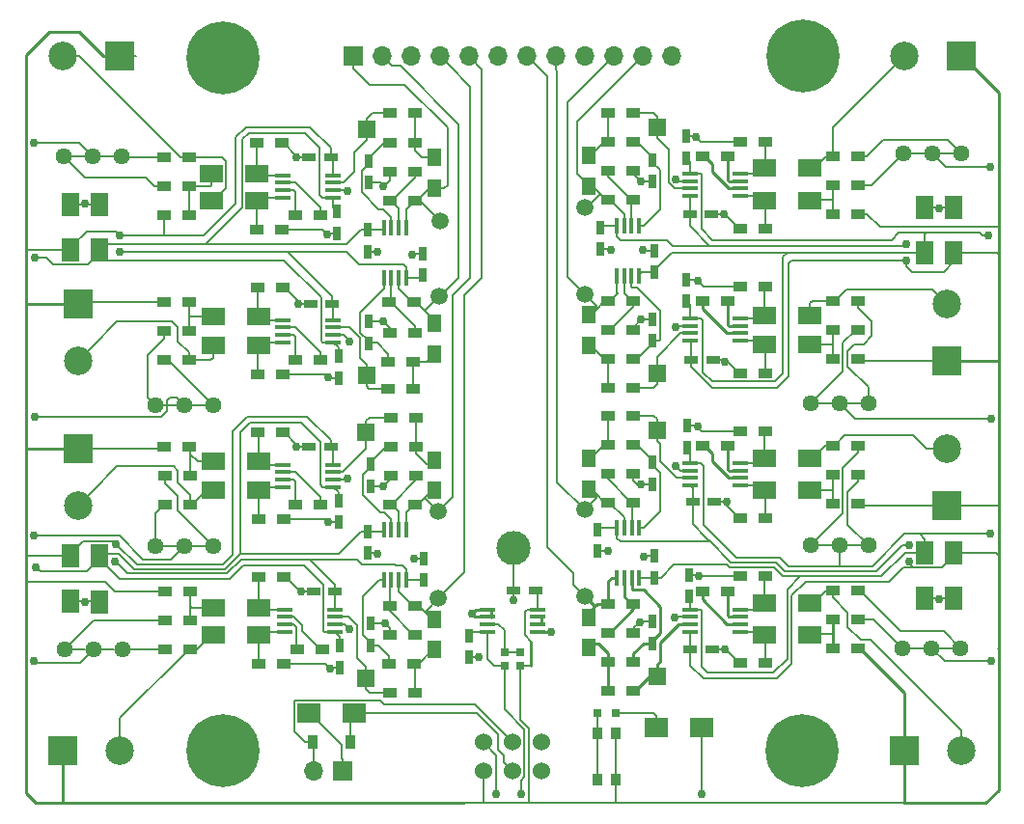
<source format=gbr>
G04 #@! TF.FileFunction,Copper,L1,Top,Signal*
%FSLAX46Y46*%
G04 Gerber Fmt 4.6, Leading zero omitted, Abs format (unit mm)*
G04 Created by KiCad (PCBNEW 4.0.6) date Tue Apr  4 15:20:24 2017*
%MOMM*%
%LPD*%
G01*
G04 APERTURE LIST*
%ADD10C,0.088900*%
%ADD11C,0.150000*%
%ADD12C,1.440000*%
%ADD13R,1.200000X0.900000*%
%ADD14R,2.000000X1.700000*%
%ADD15R,1.700000X1.700000*%
%ADD16O,1.700000X1.700000*%
%ADD17R,0.900000X1.200000*%
%ADD18R,1.450000X0.450000*%
%ADD19R,1.600000X2.000000*%
%ADD20R,1.200000X0.750000*%
%ADD21R,0.450000X1.450000*%
%ADD22R,0.640000X0.700000*%
%ADD23C,6.400000*%
%ADD24R,1.500000X1.500000*%
%ADD25C,1.500000*%
%ADD26C,3.000000*%
%ADD27R,0.750000X1.200000*%
%ADD28R,1.300000X1.500000*%
%ADD29R,2.000000X1.600000*%
%ADD30C,2.500000*%
%ADD31R,2.500000X2.500000*%
%ADD32R,0.800000X0.800000*%
%ADD33C,1.524000*%
%ADD34R,0.900000X1.000000*%
%ADD35C,0.754380*%
%ADD36C,0.203200*%
%ADD37C,0.254000*%
G04 APERTURE END LIST*
D10*
D11*
X120408700Y-120459500D02*
X119240300Y-120459500D01*
X122948700Y-120459500D02*
X121780300Y-120459500D01*
X113715800Y-86233000D02*
X114884200Y-86233000D01*
X111175800Y-86233000D02*
X112344200Y-86233000D01*
X121780300Y-108140500D02*
X122948700Y-108140500D01*
X119240300Y-108140500D02*
X120408700Y-108140500D01*
X113779297Y-129539999D02*
X114947697Y-129539999D01*
X111239297Y-129539999D02*
X112407697Y-129539999D01*
X187312300Y-129413000D02*
X188480700Y-129413000D01*
X184772300Y-129413000D02*
X185940700Y-129413000D01*
X177876200Y-120396000D02*
X176707800Y-120396000D01*
X180416200Y-120396000D02*
X179247800Y-120396000D01*
X179247797Y-107949999D02*
X180416197Y-107949999D01*
X176707797Y-107949999D02*
X177876197Y-107949999D01*
X187375800Y-85979000D02*
X188544200Y-85979000D01*
X184835800Y-85979000D02*
X186004200Y-85979000D01*
D12*
X123634500Y-120459500D03*
X121094500Y-120459500D03*
X118554500Y-120459500D03*
D13*
X121496000Y-104140000D03*
X119296000Y-104140000D03*
D14*
X131985000Y-135128000D03*
X135985000Y-135128000D03*
D15*
X135001000Y-140208000D03*
D16*
X132461000Y-140208000D03*
D17*
X135635000Y-137668000D03*
X132335000Y-137668000D03*
D18*
X147660000Y-126025000D03*
X147660000Y-126675000D03*
X147660000Y-127325000D03*
X147660000Y-127975000D03*
X152060000Y-127975000D03*
X152060000Y-127325000D03*
X152060000Y-126675000D03*
X152060000Y-126025000D03*
D13*
X169884999Y-105282997D03*
X172084999Y-105282997D03*
D19*
X113665000Y-90456000D03*
X113665000Y-94456000D03*
D13*
X121496000Y-86360000D03*
X119296000Y-86360000D03*
X130853000Y-104140000D03*
X133053000Y-104140000D03*
D20*
X133919000Y-111760000D03*
X132019000Y-111760000D03*
D13*
X119422999Y-124460000D03*
X121622999Y-124460000D03*
D21*
X140542080Y-119031548D03*
X139892080Y-119031548D03*
X139242080Y-119031548D03*
X138592080Y-119031548D03*
X138592080Y-123431548D03*
X139242080Y-123431548D03*
X139892080Y-123431548D03*
X140542080Y-123431548D03*
D18*
X169839999Y-102447998D03*
X169839999Y-101797998D03*
X169839999Y-101147998D03*
X169839999Y-100497998D03*
X165439999Y-100497998D03*
X165439999Y-101147998D03*
X165439999Y-101797998D03*
X165439999Y-102447998D03*
D13*
X177970001Y-124332999D03*
X180170001Y-124332999D03*
D22*
X150560000Y-129740500D03*
X149160000Y-129740500D03*
X149160000Y-130990500D03*
X150560000Y-130990500D03*
D23*
X175387000Y-77470000D03*
X124460000Y-77597000D03*
X175260000Y-138430000D03*
X124460000Y-138430000D03*
D15*
X135890001Y-77470000D03*
D16*
X138430001Y-77470000D03*
X140970001Y-77470000D03*
X143510001Y-77470000D03*
X146050001Y-77470000D03*
X148590001Y-77470000D03*
X151130001Y-77470000D03*
X153670001Y-77470000D03*
X156210001Y-77470000D03*
X158750001Y-77470000D03*
X161290001Y-77470000D03*
X163830001Y-77470000D03*
D24*
X137066180Y-83908953D03*
D25*
X143510000Y-91948000D03*
D24*
X137066180Y-105498947D03*
D25*
X143416182Y-98513948D03*
D24*
X137027087Y-110436549D03*
D25*
X143377082Y-117421552D03*
D24*
X137027082Y-132026546D03*
D25*
X143377082Y-125041550D03*
D24*
X162557509Y-131861607D03*
D25*
X156207512Y-124876607D03*
D24*
X162557511Y-110271612D03*
D25*
X156207510Y-117256614D03*
D24*
X162544473Y-105326266D03*
D25*
X156194471Y-98341265D03*
D24*
X162544471Y-83736263D03*
D25*
X156194478Y-90721268D03*
D26*
X149987000Y-120650000D03*
D13*
X160469469Y-87546264D03*
X158269469Y-87546264D03*
X158269472Y-90086264D03*
X160469472Y-90086264D03*
X169884999Y-92582997D03*
X172084999Y-92582997D03*
X177970000Y-88772999D03*
X180170000Y-88772999D03*
X177970002Y-86233001D03*
X180170002Y-86233001D03*
X160469476Y-85006261D03*
X158269476Y-85006261D03*
X158269472Y-82466266D03*
X160469472Y-82466266D03*
X168740000Y-86232999D03*
X166540000Y-86232999D03*
X172084999Y-84962997D03*
X169884999Y-84962997D03*
X180170001Y-91313001D03*
X177970001Y-91313001D03*
X160448973Y-101516263D03*
X158248973Y-101516263D03*
X158269474Y-98976268D03*
X160469474Y-98976268D03*
X177970002Y-101473004D03*
X180170002Y-101473004D03*
X178013000Y-98932998D03*
X180213000Y-98932998D03*
X160469476Y-104056265D03*
X158269476Y-104056265D03*
X158269470Y-106596266D03*
X160469470Y-106596266D03*
X168740000Y-98933002D03*
X166540000Y-98933002D03*
X172084999Y-97663000D03*
X169884999Y-97663000D03*
X180170000Y-104012999D03*
X177970000Y-104012999D03*
X160482513Y-114081614D03*
X158282513Y-114081614D03*
X158282508Y-116621613D03*
X160482508Y-116621613D03*
X169884999Y-117982997D03*
X172084999Y-117982997D03*
X177970000Y-114173000D03*
X180170000Y-114173000D03*
X177970002Y-111633001D03*
X180170002Y-111633001D03*
X160482508Y-111541613D03*
X158282508Y-111541613D03*
X158282515Y-109001612D03*
X160482515Y-109001612D03*
X168739999Y-111633002D03*
X166539999Y-111633002D03*
X172084999Y-110362997D03*
X169884999Y-110362997D03*
X180170002Y-116712999D03*
X177970002Y-116712999D03*
X160482508Y-128051611D03*
X158282508Y-128051611D03*
X158282509Y-125511613D03*
X160482509Y-125511613D03*
X169884999Y-130682997D03*
X172084999Y-130682997D03*
X177969999Y-126873000D03*
X180169999Y-126873000D03*
X160482509Y-130591608D03*
X158282509Y-130591608D03*
X158282516Y-133131611D03*
X160482516Y-133131611D03*
X168740000Y-124460000D03*
X166540000Y-124460000D03*
X172084999Y-123062999D03*
X169884999Y-123062999D03*
X180169998Y-129412999D03*
X177969998Y-129412999D03*
X139102082Y-128216547D03*
X141302082Y-128216547D03*
X141302084Y-125676549D03*
X139102084Y-125676549D03*
X129835000Y-123189999D03*
X127635000Y-123189999D03*
X121622999Y-127000001D03*
X119422999Y-127000001D03*
X121622997Y-129540001D03*
X119422997Y-129540001D03*
X139081585Y-130756548D03*
X141281585Y-130756548D03*
X141302082Y-133296546D03*
X139102082Y-133296546D03*
X130980000Y-129540000D03*
X133180000Y-129540000D03*
X127635000Y-130810003D03*
X129835000Y-130810003D03*
X139186086Y-114246552D03*
X141386086Y-114246552D03*
X141305515Y-116786549D03*
X139105515Y-116786549D03*
X129708002Y-110490006D03*
X127508002Y-110490006D03*
X121623001Y-114300002D03*
X119423001Y-114300002D03*
X121623000Y-116840000D03*
X119423000Y-116840000D03*
X139229081Y-111706552D03*
X141429081Y-111706552D03*
X141429083Y-109166550D03*
X139229083Y-109166550D03*
X130852999Y-116840002D03*
X133052999Y-116840002D03*
X127635001Y-118110002D03*
X129835001Y-118110002D03*
X119296000Y-111760001D03*
X121496000Y-111760001D03*
X121496000Y-101600000D03*
X119296000Y-101600000D03*
X119296000Y-99060000D03*
X121496000Y-99060000D03*
X139108000Y-87630000D03*
X141308000Y-87630000D03*
X141308000Y-90170000D03*
X139108000Y-90170000D03*
X121496000Y-88900000D03*
X119296000Y-88900000D03*
X141308000Y-82423000D03*
X139108000Y-82423000D03*
X130853000Y-91440000D03*
X133053000Y-91440000D03*
X127424000Y-92710000D03*
X129624000Y-92710000D03*
X139108000Y-85090000D03*
X141308000Y-85090000D03*
X138981000Y-104267000D03*
X141181000Y-104267000D03*
X141181000Y-106680000D03*
X138981000Y-106680000D03*
X129741000Y-97790000D03*
X127541000Y-97790000D03*
X141224000Y-99060000D03*
X139024000Y-99060000D03*
X139108000Y-101727000D03*
X141308000Y-101727000D03*
X129624000Y-85090000D03*
X127424000Y-85090000D03*
D18*
X169840000Y-89748000D03*
X169840000Y-89098000D03*
X169840000Y-88448000D03*
X169840000Y-87798000D03*
X165440000Y-87798000D03*
X165440000Y-88448000D03*
X165440000Y-89098000D03*
X165440000Y-89748000D03*
D21*
X159029472Y-96731264D03*
X159679472Y-96731264D03*
X160329472Y-96731264D03*
X160979472Y-96731264D03*
X160979472Y-92331264D03*
X160329472Y-92331264D03*
X159679472Y-92331264D03*
X159029472Y-92331264D03*
D18*
X169840000Y-115148000D03*
X169840000Y-114498000D03*
X169840000Y-113848000D03*
X169840000Y-113198000D03*
X165440000Y-113198000D03*
X165440000Y-113848000D03*
X165440000Y-114498000D03*
X165440000Y-115148000D03*
D21*
X159042507Y-123266609D03*
X159692507Y-123266609D03*
X160342507Y-123266609D03*
X160992507Y-123266609D03*
X160992507Y-118866609D03*
X160342507Y-118866609D03*
X159692507Y-118866609D03*
X159042507Y-118866609D03*
D18*
X169840001Y-127975000D03*
X169840001Y-127325000D03*
X169840001Y-126675000D03*
X169840001Y-126025000D03*
X165440001Y-126025000D03*
X165440001Y-126675000D03*
X165440001Y-127325000D03*
X165440001Y-127975000D03*
X129880000Y-126025000D03*
X129880000Y-126675000D03*
X129880000Y-127325000D03*
X129880000Y-127975000D03*
X134280000Y-127975000D03*
X134280000Y-127325000D03*
X134280000Y-126675000D03*
X134280000Y-126025000D03*
X129753001Y-113324999D03*
X129753001Y-113974999D03*
X129753001Y-114624999D03*
X129753001Y-115274999D03*
X134153001Y-115274999D03*
X134153001Y-114624999D03*
X134153001Y-113974999D03*
X134153001Y-113324999D03*
X129752999Y-87925000D03*
X129752999Y-88575000D03*
X129752999Y-89225000D03*
X129752999Y-89875000D03*
X134152999Y-89875000D03*
X134152999Y-89225000D03*
X134152999Y-88575000D03*
X134152999Y-87925000D03*
X129753002Y-100624998D03*
X129753002Y-101274998D03*
X129753002Y-101924998D03*
X129753002Y-102574998D03*
X134153002Y-102574998D03*
X134153002Y-101924998D03*
X134153002Y-101274998D03*
X134153002Y-100624998D03*
D21*
X140548000Y-92542000D03*
X139898000Y-92542000D03*
X139248000Y-92542000D03*
X138598000Y-92542000D03*
X138598000Y-96942000D03*
X139248000Y-96942000D03*
X139898000Y-96942000D03*
X140548000Y-96942000D03*
D27*
X146050000Y-130236000D03*
X146050000Y-128336000D03*
D20*
X151889499Y-124333000D03*
X149989499Y-124333000D03*
D27*
X162163472Y-86596264D03*
X162163472Y-88496264D03*
X162163477Y-102466268D03*
X162163477Y-100566268D03*
X157607000Y-92522000D03*
X157607000Y-94422000D03*
D20*
X165420000Y-91313000D03*
X167320000Y-91313000D03*
X165547000Y-104140000D03*
X167447000Y-104140000D03*
D27*
X162176513Y-113131612D03*
X162176513Y-115031612D03*
X162176511Y-129001607D03*
X162176511Y-127101607D03*
X157353000Y-119004000D03*
X157353000Y-120904000D03*
D20*
X165674000Y-116586000D03*
X167574000Y-116586000D03*
X165481000Y-129540000D03*
X167381000Y-129540000D03*
D27*
X137408080Y-129166551D03*
X137408080Y-127266551D03*
X137408081Y-113296548D03*
X137408081Y-115196548D03*
X142113000Y-123444000D03*
X142113000Y-121544000D03*
D20*
X134300000Y-124460000D03*
X132400000Y-124460000D03*
D27*
X137287000Y-86680000D03*
X137287000Y-88580000D03*
X141986000Y-96708000D03*
X141986000Y-94808000D03*
D20*
X134046000Y-99187000D03*
X132146000Y-99187000D03*
X133919000Y-86360000D03*
X132019000Y-86360000D03*
D27*
X137287000Y-102677000D03*
X137287000Y-100777000D03*
D19*
X111125000Y-94456000D03*
X111125000Y-90456000D03*
D28*
X143035178Y-89068953D03*
X143035178Y-86368953D03*
X143002000Y-100932000D03*
X143002000Y-103632000D03*
D27*
X134493000Y-93025000D03*
X134493000Y-91125000D03*
X134620000Y-105725000D03*
X134620000Y-103825000D03*
X137160000Y-94610000D03*
X137160000Y-92710000D03*
D19*
X111125000Y-121317000D03*
X111125000Y-125317000D03*
D28*
X142996080Y-115596549D03*
X142996080Y-112896549D03*
X142996082Y-126866550D03*
X142996082Y-129566550D03*
D27*
X134620000Y-118364000D03*
X134620000Y-116464000D03*
X134747000Y-131125000D03*
X134747000Y-129225000D03*
X137160000Y-121092000D03*
X137160000Y-119192000D03*
D19*
X113665000Y-125349000D03*
X113665000Y-121349000D03*
X188595000Y-121063000D03*
X188595000Y-125063000D03*
D28*
X156588514Y-126699110D03*
X156588514Y-129399110D03*
X156588505Y-115431611D03*
X156588505Y-112731611D03*
D27*
X165354000Y-123002000D03*
X165354000Y-124902000D03*
X165227000Y-109921000D03*
X165227000Y-111821000D03*
X162306000Y-121351000D03*
X162306000Y-123251000D03*
D19*
X186055000Y-125063000D03*
X186055000Y-121063000D03*
X188595000Y-94710000D03*
X188595000Y-90710000D03*
D28*
X156575472Y-100166269D03*
X156575472Y-102866269D03*
X156575475Y-88896266D03*
X156575475Y-86196266D03*
D27*
X165100000Y-97094000D03*
X165100000Y-98994000D03*
X165100000Y-84521000D03*
X165100000Y-86421000D03*
X162306000Y-94554000D03*
X162306000Y-96454000D03*
D19*
X186055000Y-90710000D03*
X186055000Y-94710000D03*
D13*
X119296000Y-91440000D03*
X121496000Y-91440000D03*
X127551000Y-105410000D03*
X129751000Y-105410000D03*
D29*
X127476000Y-90170000D03*
X123476000Y-90170000D03*
X127476000Y-87757000D03*
X123476000Y-87757000D03*
X127603000Y-102870000D03*
X123603000Y-102870000D03*
X127603000Y-100330000D03*
X123603000Y-100330000D03*
X127603002Y-115569998D03*
X123603002Y-115569998D03*
X127603000Y-113029999D03*
X123603000Y-113029999D03*
X127603000Y-128269998D03*
X123603000Y-128269998D03*
X127603000Y-125857000D03*
X123603000Y-125857000D03*
X171989999Y-125476000D03*
X175989999Y-125476000D03*
X171989998Y-128270000D03*
X175989998Y-128270000D03*
X171990000Y-112776000D03*
X175990000Y-112776000D03*
X171990001Y-115570000D03*
X175990001Y-115570000D03*
X171989998Y-100203001D03*
X175989998Y-100203001D03*
X171990001Y-102742998D03*
X175990001Y-102742998D03*
X171990000Y-87249000D03*
X175990000Y-87249000D03*
X171990001Y-90170000D03*
X175990001Y-90170000D03*
D30*
X110443000Y-77470000D03*
D31*
X115443000Y-77470000D03*
D30*
X111760000Y-104187000D03*
D31*
X111760000Y-99187000D03*
D30*
X111759998Y-116887001D03*
D31*
X111759998Y-111887001D03*
D30*
X115443000Y-138430000D03*
D31*
X110443000Y-138430000D03*
D30*
X189230000Y-138430000D03*
D31*
X184230000Y-138430000D03*
D30*
X187959999Y-111887001D03*
D31*
X187959999Y-116887001D03*
D30*
X187960000Y-99186998D03*
D31*
X187960000Y-104186998D03*
D30*
X184230000Y-77470000D03*
D31*
X189230000Y-77470000D03*
D32*
X157315000Y-135128000D03*
X158915000Y-135128000D03*
D14*
X162465000Y-136398000D03*
X166465000Y-136398000D03*
D33*
X149860000Y-140208000D03*
X152400000Y-140208000D03*
X147320000Y-140208000D03*
X147300000Y-137658000D03*
X149840000Y-137658000D03*
X152380000Y-137658000D03*
D34*
X158915000Y-136888000D03*
X157315000Y-136888000D03*
X158915000Y-140988000D03*
X157315000Y-140988000D03*
D12*
X110490000Y-86233000D03*
X113030000Y-86233000D03*
X115570000Y-86233000D03*
X118554500Y-108140500D03*
X121094500Y-108140500D03*
X123634500Y-108140500D03*
X110553497Y-129539999D03*
X113093497Y-129539999D03*
X115633497Y-129539999D03*
X184086500Y-129413000D03*
X186626500Y-129413000D03*
X189166500Y-129413000D03*
X181102000Y-120396000D03*
X178562000Y-120396000D03*
X176022000Y-120396000D03*
X176021997Y-107949999D03*
X178561997Y-107949999D03*
X181101997Y-107949999D03*
X184150000Y-85979000D03*
X186690000Y-85979000D03*
X189230000Y-85979000D03*
D35*
X146875500Y-130175000D03*
X149987000Y-125222001D03*
X161290000Y-94488000D03*
X158496000Y-94488000D03*
X165989000Y-84582000D03*
X168402000Y-91313000D03*
X166116002Y-97155000D03*
X168529000Y-104267000D03*
X166116000Y-109982000D03*
X168656000Y-116586000D03*
X161417000Y-121412000D03*
X158242000Y-120904000D03*
X166243000Y-123063000D03*
X168529000Y-129540000D03*
X133857998Y-131191000D03*
X131318000Y-124460000D03*
X138049000Y-121158000D03*
X141224000Y-121539000D03*
X133731000Y-118364000D03*
X130937000Y-111760000D03*
X133731000Y-105663988D03*
X131064000Y-99187000D03*
X138049000Y-94615000D03*
X141097000Y-94869000D03*
X133604000Y-93091000D03*
X130937000Y-86360000D03*
X164210795Y-88254934D03*
X187325000Y-90805000D03*
X112395000Y-90424000D03*
X138557000Y-88900000D03*
X135590309Y-102501086D03*
X135382000Y-89281000D03*
X135382000Y-114554000D03*
X112395000Y-125349000D03*
X135559992Y-127762000D03*
X187325000Y-125095001D03*
X164211000Y-101219000D03*
X164160008Y-113411000D03*
X164084000Y-126746000D03*
X161036000Y-127127000D03*
X138684000Y-127254000D03*
X138557000Y-115189000D03*
X138557000Y-100711000D03*
X161162990Y-100584000D03*
X161163000Y-88496264D03*
X161163000Y-115031612D03*
X153289000Y-128016000D03*
X146304000Y-126365000D03*
X115384275Y-94636600D03*
X115443000Y-93218000D03*
X115020020Y-121793000D03*
X115062000Y-120269000D03*
X184658032Y-121814600D03*
X184658000Y-120352809D03*
X184404000Y-93980000D03*
X184404000Y-95377000D03*
X191770000Y-87185500D03*
X191833500Y-109283500D03*
X191833500Y-130556000D03*
X107886500Y-130556000D03*
X107886500Y-119570500D03*
X107950000Y-109093000D03*
X107886500Y-85090000D03*
X166497000Y-142240000D03*
X150600400Y-142240000D03*
X148463000Y-142240000D03*
X191643000Y-93218002D03*
X191770000Y-119380000D03*
X107950000Y-95123000D03*
X108077000Y-122301000D03*
D36*
X149989499Y-124333000D02*
X149989499Y-120652499D01*
X149989499Y-120652499D02*
X149987000Y-120650000D01*
X146814500Y-130236000D02*
X146875500Y-130175000D01*
X146050000Y-130236000D02*
X146814500Y-130236000D01*
X149989500Y-124333001D02*
X149989501Y-125219501D01*
X149989501Y-125219501D02*
X149987000Y-125222001D01*
X162306000Y-94554000D02*
X161356000Y-94554000D01*
X161356000Y-94554000D02*
X161290000Y-94488000D01*
X158562000Y-94554000D02*
X158496000Y-94488000D01*
X158430000Y-94422000D02*
X158496000Y-94488000D01*
X157607000Y-94422000D02*
X158430000Y-94422000D01*
X165100000Y-84521000D02*
X165928000Y-84521000D01*
X166366189Y-84959189D02*
X165989000Y-84582000D01*
X166369997Y-84962997D02*
X166366189Y-84959189D01*
X169884999Y-84962997D02*
X166369997Y-84962997D01*
X165928000Y-84521000D02*
X165989000Y-84582000D01*
X168465002Y-91313000D02*
X168402000Y-91313000D01*
X169734999Y-92582997D02*
X168465002Y-91313000D01*
X169884999Y-92582997D02*
X169734999Y-92582997D01*
X167320000Y-91313000D02*
X168402000Y-91313000D01*
X165100000Y-97094000D02*
X166055002Y-97094000D01*
X166055002Y-97094000D02*
X166116002Y-97155000D01*
X166493191Y-97532189D02*
X166116002Y-97155000D01*
X166624002Y-97663000D02*
X166493191Y-97532189D01*
X169884999Y-97663000D02*
X166624002Y-97663000D01*
X168402000Y-104140000D02*
X168529000Y-104267000D01*
X168719002Y-104267000D02*
X168529000Y-104267000D01*
X169884999Y-105282997D02*
X169734999Y-105282997D01*
X167447000Y-104140000D02*
X168402000Y-104140000D01*
X169734999Y-105282997D02*
X168719002Y-104267000D01*
X166055000Y-109921000D02*
X166116000Y-109982000D01*
X165227000Y-109921000D02*
X166055000Y-109921000D01*
X166493189Y-110359189D02*
X166116000Y-109982000D01*
X166496997Y-110362997D02*
X166493189Y-110359189D01*
X169884999Y-110362997D02*
X166496997Y-110362997D01*
X168656000Y-116903998D02*
X168656000Y-116586000D01*
X169734999Y-117982997D02*
X168656000Y-116903998D01*
X169884999Y-117982997D02*
X169734999Y-117982997D01*
X167574000Y-116586000D02*
X168656000Y-116586000D01*
X162306000Y-121351000D02*
X161478000Y-121351000D01*
X161478000Y-121351000D02*
X161417000Y-121412000D01*
X157353000Y-120904000D02*
X158242000Y-120904000D01*
X166182000Y-123002000D02*
X166243000Y-123063000D01*
X165354000Y-123002000D02*
X166182000Y-123002000D01*
X166776427Y-123063000D02*
X166243000Y-123063000D01*
X169884999Y-123062999D02*
X166776427Y-123063000D01*
X168592002Y-129540000D02*
X168529000Y-129540000D01*
X169734999Y-130682997D02*
X168592002Y-129540000D01*
X169884999Y-130682997D02*
X169734999Y-130682997D01*
X167381000Y-129540000D02*
X168529000Y-129540000D01*
X133923998Y-131125000D02*
X133857998Y-131191000D01*
X134747000Y-131125000D02*
X133923998Y-131125000D01*
X133477001Y-130810003D02*
X133480809Y-130813811D01*
X129835000Y-130810003D02*
X133477001Y-130810003D01*
X133480809Y-130813811D02*
X133857998Y-131191000D01*
X129985000Y-123189999D02*
X131255001Y-124460000D01*
X129835000Y-123189999D02*
X129985000Y-123189999D01*
X132400000Y-124460000D02*
X131318000Y-124460000D01*
X131255001Y-124460000D02*
X131318000Y-124460000D01*
X137160000Y-121092000D02*
X137983000Y-121092000D01*
X137983000Y-121092000D02*
X138049000Y-121158000D01*
X141229000Y-121544000D02*
X141224000Y-121539000D01*
X142113000Y-121544000D02*
X141229000Y-121544000D01*
X133477002Y-118110002D02*
X133731000Y-118364000D01*
X129835001Y-118110002D02*
X133477002Y-118110002D01*
X134620000Y-118364000D02*
X133731000Y-118364000D01*
X130937000Y-111569004D02*
X130937000Y-111760000D01*
X129858002Y-110490006D02*
X130937000Y-111569004D01*
X129708002Y-110490006D02*
X129858002Y-110490006D01*
X130810000Y-111760000D02*
X130937000Y-111760000D01*
X132019000Y-111760000D02*
X130810000Y-111760000D01*
X133477012Y-105410000D02*
X133731000Y-105663988D01*
X129751000Y-105410000D02*
X133477012Y-105410000D01*
X133792012Y-105725000D02*
X133731000Y-105663988D01*
X134620000Y-105725000D02*
X133792012Y-105725000D01*
X131064000Y-98963000D02*
X131064000Y-99187000D01*
X129891000Y-97790000D02*
X131064000Y-98963000D01*
X129741000Y-97790000D02*
X129891000Y-97790000D01*
X132146000Y-99187000D02*
X131064000Y-99187000D01*
X137160000Y-94610000D02*
X138044000Y-94610000D01*
X138044000Y-94610000D02*
X138049000Y-94615000D01*
X141986000Y-94808000D02*
X141158000Y-94808000D01*
X141158000Y-94808000D02*
X141097000Y-94869000D01*
X133670000Y-93025000D02*
X133604000Y-93091000D01*
X134493000Y-93025000D02*
X133670000Y-93025000D01*
X133226811Y-92713811D02*
X133604000Y-93091000D01*
X133223000Y-92710000D02*
X133226811Y-92713811D01*
X129624000Y-92710000D02*
X133223000Y-92710000D01*
X130937000Y-86253000D02*
X130937000Y-86360000D01*
X129774000Y-85090000D02*
X130937000Y-86253000D01*
X129624000Y-85090000D02*
X129774000Y-85090000D01*
X132019000Y-86360000D02*
X130937000Y-86360000D01*
X165440000Y-88448000D02*
X164403861Y-88448000D01*
X164403861Y-88448000D02*
X164210795Y-88254934D01*
X188595000Y-90710000D02*
X187420000Y-90710000D01*
X187420000Y-90710000D02*
X187325000Y-90805000D01*
X186055000Y-90710000D02*
X187230000Y-90710000D01*
X187230000Y-90710000D02*
X187325000Y-90805000D01*
X111125000Y-90456000D02*
X112363000Y-90456000D01*
X112363000Y-90456000D02*
X112395000Y-90424000D01*
X113665000Y-90456000D02*
X112427000Y-90456000D01*
X112427000Y-90456000D02*
X112395000Y-90424000D01*
X139108000Y-88349000D02*
X138934189Y-88522811D01*
X139108000Y-87630000D02*
X139108000Y-88349000D01*
X138237000Y-88580000D02*
X138557000Y-88900000D01*
X138934189Y-88522811D02*
X138557000Y-88900000D01*
X137287000Y-88580000D02*
X138237000Y-88580000D01*
X137160000Y-100716000D02*
X138552000Y-100716000D01*
X138552000Y-100716000D02*
X138557000Y-100711000D01*
X135081202Y-101924998D02*
X135590309Y-102434105D01*
X134153002Y-101924998D02*
X135081202Y-101924998D01*
X135590309Y-102434105D02*
X135590309Y-102501086D01*
X134152999Y-89225000D02*
X135326000Y-89225000D01*
X135326000Y-89225000D02*
X135382000Y-89281000D01*
X134153001Y-114624999D02*
X135311001Y-114624999D01*
X135311001Y-114624999D02*
X135382000Y-114554000D01*
X113665000Y-125316998D02*
X112427002Y-125316998D01*
X112427002Y-125316998D02*
X112395000Y-125349000D01*
X111124998Y-125317000D02*
X112363000Y-125317000D01*
X112363000Y-125317000D02*
X112395000Y-125349000D01*
X135122992Y-127325000D02*
X135559992Y-127762000D01*
X134280000Y-127325000D02*
X135122992Y-127325000D01*
X186055000Y-125062999D02*
X187293000Y-125063001D01*
X187293000Y-125063001D02*
X187325000Y-125095001D01*
X188594999Y-125063000D02*
X187357000Y-125063000D01*
X187357000Y-125063000D02*
X187325000Y-125095001D01*
X164282002Y-101147998D02*
X164211000Y-101219000D01*
X165439999Y-101147998D02*
X164282002Y-101147998D01*
X165440000Y-113848000D02*
X164597008Y-113848000D01*
X164597008Y-113848000D02*
X164160008Y-113411000D01*
X165440001Y-126675000D02*
X164155000Y-126675000D01*
X164155000Y-126675000D02*
X164084000Y-126746000D01*
X162176511Y-127101607D02*
X161061393Y-127101607D01*
X161061393Y-127101607D02*
X161036000Y-127127000D01*
X160482508Y-128051611D02*
X160482508Y-127680492D01*
X160482508Y-127680492D02*
X161036000Y-127127000D01*
X139102082Y-128216547D02*
X139102082Y-127672082D01*
X139102082Y-127672082D02*
X138684000Y-127254000D01*
X137408080Y-127266551D02*
X138671449Y-127266551D01*
X138671449Y-127266551D02*
X138684000Y-127254000D01*
X137408081Y-115196548D02*
X138549452Y-115196548D01*
X138549452Y-115196548D02*
X138557000Y-115189000D01*
X139186086Y-114246552D02*
X139186086Y-114559914D01*
X139186086Y-114559914D02*
X138557000Y-115189000D01*
X138529047Y-100738953D02*
X138557000Y-100711000D01*
X139141175Y-101688949D02*
X139141175Y-101295175D01*
X139141175Y-101295175D02*
X138557000Y-100711000D01*
X162163477Y-100566268D02*
X161180722Y-100566268D01*
X161180722Y-100566268D02*
X161162990Y-100584000D01*
X160448973Y-101516263D02*
X160448973Y-101298017D01*
X160448973Y-101298017D02*
X161162990Y-100584000D01*
X160448973Y-101516263D02*
X160598973Y-101516263D01*
X162163472Y-88496264D02*
X161163000Y-88496264D01*
X160469469Y-87546264D02*
X160469469Y-87802733D01*
X160469469Y-87802733D02*
X161163000Y-88496264D01*
X161163000Y-115031612D02*
X160779311Y-115031612D01*
X162176513Y-115031612D02*
X161163000Y-115031612D01*
X160482513Y-114734814D02*
X160482513Y-114081614D01*
X160779311Y-115031612D02*
X160482513Y-114734814D01*
D37*
X152060000Y-127975000D02*
X153248000Y-127975000D01*
X153248000Y-127975000D02*
X153289000Y-128016000D01*
X146614000Y-126675000D02*
X146304000Y-126365000D01*
X147660000Y-126675000D02*
X146614000Y-126675000D01*
X147660000Y-126025000D02*
X146644000Y-126025000D01*
X146644000Y-126025000D02*
X146304000Y-126365000D01*
X148000000Y-126066000D02*
X147500000Y-126066000D01*
X148000000Y-126716000D02*
X148000000Y-126066000D01*
D36*
X141308000Y-85090000D02*
X141308000Y-85743200D01*
X141308000Y-85743200D02*
X141933753Y-86368953D01*
X141933753Y-86368953D02*
X142181978Y-86368953D01*
X142181978Y-86368953D02*
X143035178Y-86368953D01*
X141308000Y-82423000D02*
X141308000Y-85090000D01*
X143035178Y-86768953D02*
X143035178Y-86543953D01*
X129752999Y-89875000D02*
X127771000Y-89875000D01*
X127476000Y-90170000D02*
X127476000Y-92658000D01*
X127771000Y-89875000D02*
X127476000Y-90170000D01*
X127476000Y-92658000D02*
X127424000Y-92710000D01*
X121496000Y-88900000D02*
X123386200Y-88900000D01*
X123386200Y-88900000D02*
X123476000Y-88810200D01*
X123476000Y-88810200D02*
X123476000Y-87757000D01*
X121496000Y-91440000D02*
X121496000Y-90786800D01*
X121496000Y-90786800D02*
X121496000Y-88900000D01*
X127551000Y-105410000D02*
X127551000Y-102922000D01*
X127551000Y-102922000D02*
X127603000Y-102870000D01*
X129753002Y-102574998D02*
X127898002Y-102574998D01*
X127898002Y-102574998D02*
X127603000Y-102870000D01*
X138598000Y-96942000D02*
X138598000Y-97870200D01*
X137983200Y-102616000D02*
X138981000Y-103613800D01*
X138598000Y-97870200D02*
X136525000Y-99943200D01*
X136525000Y-99943200D02*
X136525000Y-101727000D01*
X136525000Y-101727000D02*
X137160000Y-102362000D01*
X137160000Y-102362000D02*
X137160000Y-102616000D01*
X137160000Y-102616000D02*
X137983200Y-102616000D01*
X138981000Y-103613800D02*
X138981000Y-104267000D01*
D37*
X152400000Y-127366000D02*
X152400000Y-126716000D01*
D36*
X143510000Y-91948000D02*
X141732000Y-90170000D01*
X141732000Y-90170000D02*
X141308000Y-90170000D01*
X143035178Y-89068953D02*
X143888378Y-89068953D01*
X144166178Y-88791153D02*
X144166178Y-83745007D01*
X143888378Y-89068953D02*
X144166178Y-88791153D01*
X141308000Y-90170000D02*
X141458000Y-90170000D01*
X141458000Y-90170000D02*
X142559047Y-89068953D01*
X142559047Y-89068953D02*
X143035178Y-89068953D01*
X140548000Y-92542000D02*
X140548000Y-92497000D01*
X140548000Y-92497000D02*
X140589000Y-92456000D01*
X140589000Y-92456000D02*
X140589000Y-90889000D01*
X140589000Y-90889000D02*
X141308000Y-90170000D01*
X135890001Y-78523200D02*
X135890001Y-77470000D01*
X140431171Y-80010000D02*
X137376801Y-80010000D01*
X144166178Y-83745007D02*
X140431171Y-80010000D01*
X137376801Y-80010000D02*
X135890001Y-78523200D01*
X143416182Y-98513948D02*
X143548052Y-98513948D01*
X145161000Y-96901000D02*
X145161000Y-83439000D01*
X145161000Y-83439000D02*
X140041999Y-78319999D01*
X143548052Y-98513948D02*
X145161000Y-96901000D01*
X140041999Y-78319999D02*
X139280000Y-78319999D01*
X139280000Y-78319999D02*
X138430001Y-77470000D01*
X142240000Y-99926000D02*
X143002000Y-100688000D01*
X141374000Y-99060000D02*
X142240000Y-99926000D01*
X142240000Y-99926000D02*
X142240000Y-99690130D01*
X142240000Y-99690130D02*
X143416182Y-98513948D01*
X141224000Y-99060000D02*
X141374000Y-99060000D01*
X143002000Y-100688000D02*
X143002000Y-100932000D01*
X141341178Y-99148951D02*
X141176751Y-99148951D01*
X141176751Y-99148951D02*
X139898000Y-97870200D01*
X139898000Y-97870200D02*
X139898000Y-96942000D01*
X137066180Y-83908953D02*
X137066180Y-82955753D01*
X137066180Y-82955753D02*
X137598933Y-82423000D01*
X137598933Y-82423000D02*
X138304800Y-82423000D01*
X138304800Y-82423000D02*
X139108000Y-82423000D01*
X134152999Y-88575000D02*
X135081199Y-88575000D01*
X135081199Y-88575000D02*
X136017000Y-87639199D01*
X136017000Y-87639199D02*
X136017000Y-85911333D01*
X136017000Y-85911333D02*
X137066180Y-84862153D01*
X137066180Y-84862153D02*
X137066180Y-83908953D01*
X137066180Y-105498947D02*
X137066180Y-104545747D01*
X137066180Y-104545747D02*
X136470594Y-103950161D01*
X136470594Y-103950161D02*
X136470594Y-102211424D01*
X136470594Y-102211424D02*
X135534168Y-101274998D01*
X135534168Y-101274998D02*
X135081202Y-101274998D01*
X135081202Y-101274998D02*
X134153002Y-101274998D01*
X137066180Y-105498947D02*
X137066180Y-106452147D01*
X137066180Y-106452147D02*
X137294033Y-106680000D01*
X137294033Y-106680000D02*
X138177800Y-106680000D01*
X138177800Y-106680000D02*
X138981000Y-106680000D01*
X165481000Y-129540000D02*
X165481000Y-130937000D01*
X175592077Y-123571000D02*
X182901632Y-123571000D01*
X165481000Y-130937000D02*
X166624000Y-132080000D01*
X166624000Y-132080000D02*
X173101000Y-132080000D01*
X173101000Y-132080000D02*
X174374811Y-130806189D01*
X174374811Y-130806189D02*
X174374811Y-124788266D01*
X174374811Y-124788266D02*
X175592077Y-123571000D01*
X182901632Y-123571000D02*
X184130231Y-122342401D01*
X184130231Y-122342401D02*
X185031479Y-122342401D01*
X167195500Y-120078500D02*
X169037000Y-121920000D01*
X169037000Y-121920000D02*
X173033752Y-121920000D01*
X173033752Y-121920000D02*
X173795752Y-122682000D01*
X173795752Y-122682000D02*
X181795382Y-122682000D01*
X181795382Y-122682000D02*
X184124573Y-120352809D01*
X184124573Y-120352809D02*
X184658000Y-120352809D01*
X166878000Y-119761000D02*
X167195500Y-120078500D01*
X159042507Y-118866609D02*
X159042507Y-119794809D01*
X159042507Y-119794809D02*
X159326198Y-120078500D01*
X159326198Y-120078500D02*
X167195500Y-120078500D01*
X132080000Y-121665998D02*
X132079998Y-121666000D01*
X126045660Y-121666000D02*
X124839138Y-122872522D01*
X132079998Y-121666000D02*
X126045660Y-121666000D01*
X124839138Y-122872522D02*
X116099542Y-122872522D01*
X116099542Y-122872522D02*
X115397209Y-122170189D01*
X115397209Y-122170189D02*
X115020020Y-121793000D01*
X133919000Y-111181800D02*
X133919000Y-111760000D01*
X131830200Y-109093000D02*
X133919000Y-111181800D01*
X125349000Y-121254170D02*
X125349000Y-110363000D01*
X116903500Y-122110500D02*
X124492670Y-122110500D01*
X115062000Y-120269000D02*
X116903500Y-122110500D01*
X126619000Y-109093000D02*
X131830200Y-109093000D01*
X125349000Y-110363000D02*
X126619000Y-109093000D01*
X124492670Y-122110500D02*
X125349000Y-121254170D01*
X158877000Y-143002000D02*
X184150000Y-143002000D01*
X151333198Y-143002000D02*
X158877000Y-143002000D01*
X158877000Y-143002000D02*
X158915000Y-142964000D01*
X158915000Y-142964000D02*
X158915000Y-140988000D01*
X158915000Y-136888000D02*
X158915000Y-140988000D01*
X150560000Y-131543700D02*
X150560000Y-130990500D01*
X150560000Y-135670170D02*
X150560000Y-131543700D01*
X151333198Y-143002000D02*
X151333198Y-136443368D01*
X151333198Y-136443368D02*
X150560000Y-135670170D01*
X147320000Y-143002000D02*
X151333198Y-143002000D01*
X147320000Y-143002000D02*
X147320000Y-140208000D01*
X145678000Y-143002000D02*
X147320000Y-143002000D01*
X152060000Y-126025000D02*
X152060000Y-124503501D01*
X152060000Y-124503501D02*
X151889499Y-124333000D01*
X150939500Y-128270000D02*
X150939500Y-126217300D01*
X150939500Y-126217300D02*
X151131800Y-126025000D01*
X151131800Y-126025000D02*
X152060000Y-126025000D01*
X151510000Y-128840500D02*
X150939500Y-128270000D01*
D37*
X151510000Y-130937000D02*
X151510000Y-128840500D01*
D36*
X151456500Y-130990500D02*
X150560000Y-130990500D01*
X151510000Y-130937000D02*
X151456500Y-130990500D01*
X136256076Y-121665998D02*
X132080000Y-121665998D01*
X139638835Y-122195592D02*
X139522827Y-122079584D01*
X140234324Y-122195592D02*
X139638835Y-122195592D01*
X140542080Y-122503348D02*
X140234324Y-122195592D01*
X136669662Y-122079584D02*
X136256076Y-121665998D01*
X140542080Y-123431548D02*
X140542080Y-122503348D01*
X139522827Y-122079584D02*
X136669662Y-122079584D01*
X180170001Y-91313001D02*
X180973201Y-91313001D01*
X191306244Y-92456000D02*
X192532000Y-92456000D01*
X180973201Y-91313001D02*
X182116200Y-92456000D01*
X182116200Y-92456000D02*
X191306244Y-92456000D01*
X133919000Y-86360000D02*
X133919000Y-85532000D01*
X133919000Y-85532000D02*
X132080000Y-83693000D01*
X132080000Y-83693000D02*
X126492000Y-83693000D01*
X126492000Y-83693000D02*
X125603000Y-84582000D01*
X125603000Y-84582000D02*
X125603000Y-90395922D01*
X125603000Y-90395922D02*
X122780922Y-93218000D01*
X122780922Y-93218000D02*
X121224000Y-93218000D01*
X121224000Y-93218000D02*
X119253000Y-93218000D01*
X135276600Y-94636600D02*
X130175000Y-94636600D01*
X130175000Y-94636600D02*
X115917702Y-94636600D01*
X134046000Y-98608800D02*
X134046000Y-98507600D01*
X134046000Y-98507600D02*
X130175000Y-94636600D01*
X140548000Y-96942000D02*
X140548000Y-96013800D01*
X140548000Y-96013800D02*
X140301601Y-95767401D01*
X140301601Y-95767401D02*
X136407401Y-95767401D01*
X136407401Y-95767401D02*
X135276600Y-94636600D01*
X115917702Y-94636600D02*
X115384275Y-94636600D01*
X119253000Y-93218000D02*
X115443000Y-93218000D01*
X119296000Y-91440000D02*
X119296000Y-93175000D01*
X119296000Y-93175000D02*
X119253000Y-93218000D01*
X119446000Y-91440000D02*
X119296000Y-91440000D01*
X115443000Y-93218000D02*
X115065811Y-92840811D01*
X115065811Y-92840811D02*
X112540189Y-92840811D01*
X111125000Y-94256000D02*
X111125000Y-94456000D01*
X112540189Y-92840811D02*
X111125000Y-94256000D01*
D37*
X192532000Y-92456000D02*
X192532000Y-80645000D01*
X189357000Y-77470000D02*
X189150000Y-77470000D01*
X192532000Y-80645000D02*
X189357000Y-77470000D01*
D36*
X107188000Y-121412000D02*
X107283000Y-121317000D01*
X107283000Y-121317000D02*
X110121800Y-121317000D01*
X110121800Y-121317000D02*
X111125000Y-121317000D01*
D37*
X107188000Y-124460000D02*
X107188000Y-123571000D01*
X107188000Y-123571000D02*
X107188000Y-122809000D01*
D36*
X119422999Y-124460000D02*
X115033971Y-124460000D01*
X115033971Y-124460000D02*
X114144971Y-123571000D01*
X114144971Y-123571000D02*
X107188000Y-123571000D01*
X115062000Y-120269000D02*
X114862599Y-120069599D01*
X114862599Y-120069599D02*
X112172401Y-120069599D01*
X111125000Y-121117000D02*
X111125000Y-121317000D01*
X112172401Y-120069599D02*
X111125000Y-121117000D01*
X111125000Y-121517000D02*
X111125000Y-121317000D01*
D37*
X107188000Y-121412000D02*
X107188000Y-111760000D01*
X107188000Y-122809000D02*
X107188000Y-121412000D01*
D36*
X134300000Y-123881800D02*
X134295802Y-123881800D01*
X134295802Y-123881800D02*
X132080000Y-121665998D01*
X115020014Y-121793006D02*
X115020020Y-121793000D01*
X115020002Y-121793018D02*
X115020020Y-121793000D01*
X184658032Y-121814600D02*
X184658032Y-121968954D01*
X184658032Y-121968954D02*
X185031479Y-122342401D01*
X185031479Y-122342401D02*
X187515599Y-122342401D01*
X187515599Y-122342401D02*
X188595000Y-121263000D01*
X188595000Y-121263000D02*
X188595000Y-121063000D01*
X187959999Y-116887001D02*
X192484999Y-116887001D01*
X192484999Y-116887001D02*
X192532000Y-116840000D01*
X165674000Y-116586000D02*
X165674000Y-118557000D01*
X165674000Y-118557000D02*
X166878000Y-119761000D01*
X157353000Y-119004000D02*
X157353000Y-119229000D01*
D37*
X192532000Y-94869000D02*
X192532000Y-94742000D01*
X192532000Y-104140000D02*
X192532000Y-94869000D01*
D36*
X192532000Y-94869000D02*
X192373000Y-94710000D01*
X192373000Y-94710000D02*
X188595000Y-94710000D01*
D37*
X192532000Y-94742000D02*
X192532000Y-92456000D01*
D36*
X188595000Y-94710000D02*
X188595000Y-94510000D01*
X184404000Y-95377000D02*
X184404000Y-95885000D01*
X184404000Y-95885000D02*
X184912000Y-96393000D01*
X184912000Y-96393000D02*
X187706000Y-96393000D01*
X187706000Y-96393000D02*
X188595000Y-95504000D01*
X188595000Y-95504000D02*
X188595000Y-94710000D01*
X184404000Y-93980000D02*
X184277000Y-94107000D01*
X184277000Y-94107000D02*
X167164588Y-94107000D01*
X184404000Y-95377000D02*
X174371000Y-95377000D01*
X174371000Y-95377000D02*
X174117000Y-95631000D01*
X173101000Y-106553000D02*
X167381800Y-106553000D01*
X174117000Y-95631000D02*
X174117000Y-105537000D01*
X165547000Y-104718200D02*
X165547000Y-104140000D01*
X174117000Y-105537000D02*
X173101000Y-106553000D01*
X167381800Y-106553000D02*
X165547000Y-104718200D01*
X187293000Y-117554000D02*
X187959999Y-116887001D01*
X163449000Y-93599000D02*
X163957000Y-94107000D01*
X163957000Y-94107000D02*
X167164588Y-94107000D01*
X159369008Y-93599000D02*
X163449000Y-93599000D01*
X159029472Y-92331264D02*
X159029472Y-93259464D01*
X159029472Y-93259464D02*
X159369008Y-93599000D01*
X165420000Y-92362412D02*
X167164588Y-94107000D01*
X165420000Y-91313000D02*
X165420000Y-92362412D01*
X188595000Y-120863000D02*
X188595000Y-121063000D01*
X134300000Y-124460000D02*
X134300000Y-123881800D01*
X134046000Y-98608800D02*
X134041800Y-98608800D01*
X134046000Y-99187000D02*
X134046000Y-98608800D01*
X119296000Y-99060000D02*
X111887000Y-99060000D01*
X111887000Y-99060000D02*
X111760000Y-99187000D01*
X107220000Y-94456000D02*
X111125000Y-94456000D01*
D37*
X107188000Y-94488000D02*
X107188000Y-77343000D01*
X107188000Y-99187000D02*
X107188000Y-94488000D01*
D36*
X107188000Y-94488000D02*
X107220000Y-94456000D01*
X134152999Y-87925000D02*
X134152999Y-86593999D01*
X134152999Y-86593999D02*
X133919000Y-86360000D01*
X140548000Y-96942000D02*
X141752000Y-96942000D01*
X141752000Y-96942000D02*
X141986000Y-96708000D01*
X115443000Y-77470000D02*
X116896200Y-77470000D01*
X134153002Y-100624998D02*
X134153002Y-99333998D01*
X134153002Y-99333998D02*
X134300000Y-99187000D01*
X134153001Y-113324999D02*
X134153001Y-111994001D01*
X134153001Y-111994001D02*
X133919000Y-111760000D01*
X134280000Y-126025000D02*
X134280000Y-124480000D01*
X134280000Y-124480000D02*
X134300000Y-124460000D01*
X142113000Y-123444000D02*
X140554532Y-123444000D01*
X140554532Y-123444000D02*
X140542080Y-123431548D01*
X165674000Y-116586000D02*
X165674000Y-115382000D01*
X165674000Y-115382000D02*
X165440000Y-115148000D01*
X188595000Y-117522002D02*
X187959999Y-116887001D01*
X165420000Y-115168000D02*
X165440000Y-115148000D01*
X159029472Y-92331264D02*
X157797736Y-92331264D01*
X157797736Y-92331264D02*
X157607000Y-92522000D01*
D37*
X192532000Y-121285000D02*
X192532000Y-116840000D01*
X192532000Y-125095000D02*
X192532000Y-121285000D01*
D36*
X192310000Y-121063000D02*
X188595000Y-121063000D01*
X192532000Y-121285000D02*
X192310000Y-121063000D01*
D37*
X192532000Y-129476500D02*
X192532000Y-125095000D01*
D36*
X159042507Y-118866609D02*
X157490391Y-118866609D01*
X157490391Y-118866609D02*
X157353000Y-119004000D01*
X165420000Y-91313000D02*
X165420000Y-89768000D01*
X165420000Y-89768000D02*
X165440000Y-89748000D01*
X165547000Y-104140000D02*
X165547000Y-102554999D01*
X165547000Y-102554999D02*
X165439999Y-102447998D01*
X165440001Y-127975000D02*
X165440001Y-129499001D01*
X165440001Y-129499001D02*
X165481000Y-129540000D01*
X111759998Y-111887001D02*
X119296002Y-111887001D01*
X119296002Y-111887001D02*
X119423002Y-111760001D01*
X165576200Y-89748000D02*
X165440000Y-89748000D01*
X165939999Y-102447998D02*
X165439999Y-102447998D01*
X187960000Y-104186998D02*
X180343999Y-104186998D01*
X180343999Y-104186998D02*
X180170000Y-104012999D01*
X187959999Y-116887001D02*
X180344004Y-116887001D01*
X180344004Y-116887001D02*
X180170002Y-116712999D01*
D37*
X184230000Y-138430000D02*
X184230000Y-133323001D01*
X184230000Y-133323001D02*
X180319998Y-129412999D01*
X180319998Y-129412999D02*
X180169998Y-129412999D01*
X110490000Y-143002000D02*
X108077000Y-143002000D01*
X145678000Y-143002000D02*
X110490000Y-143002000D01*
X110490000Y-143002000D02*
X110443000Y-142955000D01*
X110443000Y-142955000D02*
X110443000Y-138430000D01*
X184150000Y-143002000D02*
X191389000Y-143002000D01*
X184150000Y-143002000D02*
X184230000Y-142922000D01*
X184230000Y-142922000D02*
X184230000Y-138430000D01*
X109220000Y-75311000D02*
X111827000Y-75311000D01*
X111827000Y-75311000D02*
X113986000Y-77470000D01*
X113986000Y-77470000D02*
X115490000Y-77470000D01*
X107188000Y-77343000D02*
X109220000Y-75311000D01*
X192485002Y-104186998D02*
X187960000Y-104186998D01*
X192532000Y-116840000D02*
X192532000Y-104140000D01*
X192532000Y-104140000D02*
X192485002Y-104186998D01*
X192532000Y-141859000D02*
X192532000Y-129476500D01*
X192532000Y-129476500D02*
X192468501Y-129413001D01*
X107188000Y-142113000D02*
X107188000Y-124460000D01*
X107188000Y-111760000D02*
X107188000Y-99187000D01*
X107188000Y-111760000D02*
X107315001Y-111887001D01*
X107315001Y-111887001D02*
X111759998Y-111887001D01*
X107188000Y-99187000D02*
X111760000Y-99187000D01*
X180170000Y-129413001D02*
X180169998Y-129412999D01*
X108077000Y-143002000D02*
X107188000Y-142113000D01*
X191389000Y-143002000D02*
X192532000Y-141859000D01*
D36*
X186690000Y-85979000D02*
X187896500Y-87185500D01*
X187896500Y-87185500D02*
X191770000Y-87185500D01*
X178561997Y-107949999D02*
X179895498Y-109283500D01*
X179895498Y-109283500D02*
X191833500Y-109283500D01*
X175196500Y-123126500D02*
X175133000Y-123126500D01*
X175133000Y-123126500D02*
X173990000Y-124269500D01*
X173990000Y-124269500D02*
X173990000Y-130330918D01*
X173990000Y-130330918D02*
X172748918Y-131572000D01*
X172748918Y-131572000D02*
X167005000Y-131572000D01*
X166501599Y-131068599D02*
X166501599Y-126158398D01*
X167005000Y-131572000D02*
X166501599Y-131068599D01*
X166501599Y-126158398D02*
X166368201Y-126025000D01*
X166368201Y-126025000D02*
X165440001Y-126025000D01*
X175196500Y-123126500D02*
X182245000Y-123126500D01*
X182245000Y-123126500D02*
X184308500Y-121063000D01*
X184308500Y-121063000D02*
X185051800Y-121063000D01*
X185051800Y-121063000D02*
X186055000Y-121063000D01*
X162306000Y-123251000D02*
X162884200Y-123251000D01*
X162884200Y-123251000D02*
X164024700Y-122110500D01*
X164024700Y-122110500D02*
X168688670Y-122110500D01*
X168911768Y-122333598D02*
X172816098Y-122333598D01*
X168688670Y-122110500D02*
X168911768Y-122333598D01*
X173609000Y-123126500D02*
X175133000Y-123126500D01*
X172816098Y-122333598D02*
X173609000Y-123126500D01*
X178498500Y-122237500D02*
X181419500Y-122237500D01*
X174053500Y-122237500D02*
X178498500Y-122237500D01*
X178498500Y-122237500D02*
X178562000Y-122174000D01*
X178562000Y-122174000D02*
X178562000Y-120396000D01*
X191770000Y-119380000D02*
X191236573Y-119380000D01*
X191236573Y-119380000D02*
X185575200Y-119380000D01*
X165440000Y-113198000D02*
X166368200Y-113198000D01*
X186055000Y-119859800D02*
X186055000Y-121063000D01*
X166368200Y-113198000D02*
X166624000Y-113453800D01*
X166624000Y-113453800D02*
X166624000Y-118618000D01*
X166624000Y-118618000D02*
X169481500Y-121475500D01*
X169481500Y-121475500D02*
X173291500Y-121475500D01*
X173291500Y-121475500D02*
X174053500Y-122237500D01*
X181419500Y-122237500D02*
X184277000Y-119380000D01*
X184277000Y-119380000D02*
X185575200Y-119380000D01*
X185575200Y-119380000D02*
X186055000Y-119859800D01*
X186626500Y-129413000D02*
X187769500Y-130556000D01*
X187769500Y-130556000D02*
X191833500Y-130556000D01*
X107886500Y-119570500D02*
X115379500Y-119570500D01*
X115379500Y-119570500D02*
X117475000Y-121666000D01*
X117475000Y-121666000D02*
X119888000Y-121666000D01*
X119888000Y-121666000D02*
X120374501Y-121179499D01*
X120374501Y-121179499D02*
X121094500Y-120459500D01*
X134280000Y-127975000D02*
X133351800Y-127975000D01*
X115433000Y-123317000D02*
X113665000Y-121549000D01*
X133351800Y-127975000D02*
X133275599Y-127898799D01*
X133275599Y-127898799D02*
X133275599Y-125062323D01*
X133275599Y-125062323D02*
X133279401Y-125058521D01*
X133279401Y-125058521D02*
X133279401Y-123861479D01*
X133279401Y-123861479D02*
X131591922Y-122174000D01*
X131591922Y-122174000D02*
X126238000Y-122174000D01*
X126238000Y-122174000D02*
X125095000Y-123317000D01*
X125095000Y-123317000D02*
X115433000Y-123317000D01*
X137160000Y-119192000D02*
X136581800Y-119192000D01*
X136581800Y-119192000D02*
X134615800Y-121158000D01*
X134615800Y-121158000D02*
X125984000Y-121158000D01*
X113665000Y-121349000D02*
X113877592Y-121136408D01*
X125984000Y-110461086D02*
X126844086Y-109601000D01*
X113877592Y-121136408D02*
X115335167Y-121136408D01*
X115335167Y-121136408D02*
X116690270Y-122491511D01*
X133224801Y-115274999D02*
X134153001Y-115274999D01*
X116690270Y-122491511D02*
X124650489Y-122491511D01*
X126844086Y-109601000D02*
X131318000Y-109601000D01*
X131318000Y-109601000D02*
X133039599Y-111322599D01*
X124650489Y-122491511D02*
X125984000Y-121158000D01*
X125984000Y-121158000D02*
X125984000Y-110461086D01*
X133039599Y-115089797D02*
X133224801Y-115274999D01*
X133039599Y-111322599D02*
X133039599Y-115089797D01*
X113093497Y-129539999D02*
X111950496Y-130683000D01*
X108013500Y-130683000D02*
X107886500Y-130556000D01*
X111950496Y-130683000D02*
X108013500Y-130683000D01*
X113665000Y-121549000D02*
X113665000Y-121349000D01*
X121094500Y-108140500D02*
X120374501Y-107420501D01*
X120374501Y-107420501D02*
X119794187Y-107420501D01*
X119794187Y-107420501D02*
X119553901Y-107660787D01*
X119553901Y-107660787D02*
X119553901Y-108620213D01*
X119553901Y-108620213D02*
X119034213Y-109139901D01*
X119034213Y-109139901D02*
X107996901Y-109139901D01*
X107996901Y-109139901D02*
X107950000Y-109093000D01*
X113157000Y-86360000D02*
X111887000Y-85090000D01*
X111887000Y-85090000D02*
X107886500Y-85090000D01*
X166465000Y-136398000D02*
X166465000Y-142208000D01*
X166465000Y-142208000D02*
X166497000Y-142240000D01*
X149160000Y-130990500D02*
X149160000Y-134493000D01*
X150901401Y-136550401D02*
X149160000Y-134809000D01*
X149160000Y-134809000D02*
X149160000Y-134493000D01*
X150901401Y-140707873D02*
X150901401Y-136550401D01*
X150600400Y-142240000D02*
X150600400Y-141008874D01*
X150600400Y-141008874D02*
X150901401Y-140707873D01*
X147300000Y-137658000D02*
X148463000Y-138821000D01*
X148463000Y-138821000D02*
X148463000Y-142240000D01*
X148283500Y-130990500D02*
X147660000Y-130367000D01*
X147660000Y-130367000D02*
X147660000Y-127975000D01*
X148283500Y-130990500D02*
X149160000Y-130990500D01*
D37*
X147701000Y-128016000D02*
X147660000Y-127975000D01*
D36*
X147660000Y-127975000D02*
X146411000Y-127975000D01*
X146411000Y-127975000D02*
X146050000Y-128336000D01*
X186182000Y-92964000D02*
X190855571Y-92964000D01*
X190855571Y-92964000D02*
X191109573Y-93218002D01*
X191109573Y-93218002D02*
X191643000Y-93218002D01*
X183769000Y-92964000D02*
X186182000Y-92964000D01*
X186182000Y-92964000D02*
X186055000Y-93091000D01*
X186055000Y-93091000D02*
X186055000Y-94710000D01*
X179070000Y-93599000D02*
X183134000Y-93599000D01*
X183134000Y-93599000D02*
X183769000Y-92964000D01*
X186055000Y-94107000D02*
X186055000Y-94710000D01*
X134152999Y-89875000D02*
X133224799Y-89875000D01*
X126196599Y-84764479D02*
X126196599Y-90719401D01*
X133224799Y-89875000D02*
X132969000Y-89619201D01*
X132969000Y-89619201D02*
X132969000Y-85536198D01*
X132969000Y-85536198D02*
X131633802Y-84201000D01*
X131633802Y-84201000D02*
X126760078Y-84201000D01*
X126760078Y-84201000D02*
X126196599Y-84764479D01*
X126196599Y-90719401D02*
X122936000Y-93980000D01*
X119761000Y-95377000D02*
X129819427Y-95377000D01*
X133096000Y-102446196D02*
X133224802Y-102574998D01*
X129819427Y-95377000D02*
X133096000Y-98653573D01*
X133096000Y-98653573D02*
X133096000Y-102446196D01*
X133224802Y-102574998D02*
X134153002Y-102574998D01*
X119761006Y-95377000D02*
X114386000Y-95377000D01*
X114386000Y-95377000D02*
X113665000Y-94656000D01*
X137160000Y-92710000D02*
X136581800Y-92710000D01*
X136581800Y-92710000D02*
X135311800Y-93980000D01*
X135311800Y-93980000D02*
X122936000Y-93980000D01*
X114141000Y-93980000D02*
X113665000Y-94456000D01*
X122936000Y-93980000D02*
X114141000Y-93980000D01*
X109578401Y-95735401D02*
X108966000Y-95123000D01*
X108966000Y-95123000D02*
X107950000Y-95123000D01*
X113665000Y-94656000D02*
X112585599Y-95735401D01*
X112585599Y-95735401D02*
X109578401Y-95735401D01*
X113665000Y-94656000D02*
X113665000Y-94456000D01*
X108454189Y-122678189D02*
X108077000Y-122301000D01*
X113665000Y-121549000D02*
X112535811Y-122678189D01*
X112535811Y-122678189D02*
X108454189Y-122678189D01*
X186055000Y-94710000D02*
X186055000Y-94510000D01*
X191643000Y-119253000D02*
X191770000Y-119380000D01*
X173990000Y-94710000D02*
X185007000Y-94710000D01*
X185007000Y-94710000D02*
X186055000Y-94710000D01*
X167386000Y-93599000D02*
X179070000Y-93599000D01*
X167386000Y-93599000D02*
X166440599Y-92653599D01*
X166440599Y-92653599D02*
X166440599Y-90200323D01*
X166440599Y-90200323D02*
X166444401Y-90196521D01*
X166444401Y-90196521D02*
X166444401Y-87874201D01*
X166444401Y-87874201D02*
X166368200Y-87798000D01*
X166368200Y-87798000D02*
X165440000Y-87798000D01*
X173990000Y-94710000D02*
X163825000Y-94710000D01*
X173609000Y-105311918D02*
X173609000Y-95091000D01*
X173609000Y-95091000D02*
X173990000Y-94710000D01*
X167380031Y-106012401D02*
X172908517Y-106012401D01*
X172908517Y-106012401D02*
X173609000Y-105311918D01*
X113665000Y-94456000D02*
X113665000Y-94256000D01*
X137160000Y-92710000D02*
X138430000Y-92710000D01*
X138430000Y-92710000D02*
X138598000Y-92542000D01*
X134152999Y-89875000D02*
X134152999Y-90784999D01*
X134152999Y-90784999D02*
X134493000Y-91125000D01*
X134620000Y-103825000D02*
X134620000Y-103041996D01*
X134620000Y-103041996D02*
X134153002Y-102574998D01*
X134620000Y-116464000D02*
X134620000Y-115741998D01*
X134620000Y-115741998D02*
X134153001Y-115274999D01*
X134747000Y-129225000D02*
X134747000Y-128442000D01*
X134747000Y-128442000D02*
X134280000Y-127975000D01*
X137160000Y-119192000D02*
X138431628Y-119192000D01*
X138431628Y-119192000D02*
X138592080Y-119031548D01*
X186055000Y-94710000D02*
X186055000Y-94910000D01*
X163825000Y-94710000D02*
X162306000Y-96229000D01*
X162306000Y-96229000D02*
X162306000Y-96454000D01*
X162306000Y-96454000D02*
X161256736Y-96454000D01*
X161256736Y-96454000D02*
X160979472Y-96731264D01*
X186055000Y-121063000D02*
X186055000Y-121263000D01*
X160992507Y-123266609D02*
X162290391Y-123266609D01*
X162290391Y-123266609D02*
X162306000Y-123251000D01*
X165440000Y-87798000D02*
X165440000Y-86761000D01*
X165440000Y-86761000D02*
X165100000Y-86421000D01*
X165439999Y-100497998D02*
X165439999Y-99333999D01*
X165439999Y-99333999D02*
X165100000Y-98994000D01*
X167380031Y-106012401D02*
X166567599Y-105199969D01*
X166567599Y-100697398D02*
X166368199Y-100497998D01*
X166368199Y-100497998D02*
X165439999Y-100497998D01*
X166567599Y-105199969D02*
X166567599Y-100697398D01*
X165440000Y-113198000D02*
X165440000Y-112034000D01*
X165440000Y-112034000D02*
X165227000Y-111821000D01*
X165440001Y-126025000D02*
X165440001Y-124988001D01*
X165440001Y-124988001D02*
X165354000Y-124902000D01*
X160979472Y-96731264D02*
X160979472Y-96231264D01*
X141181000Y-104267000D02*
X142367000Y-104267000D01*
X142367000Y-104267000D02*
X143002000Y-103632000D01*
X141181000Y-106680000D02*
X141181000Y-104267000D01*
X141181000Y-104607600D02*
X141010700Y-104437300D01*
X143377082Y-117421552D02*
X144653000Y-116145634D01*
X144653000Y-116145634D02*
X144653000Y-98425000D01*
X144653000Y-98425000D02*
X146177000Y-96901000D01*
X146177000Y-96901000D02*
X146177000Y-80136999D01*
X144360000Y-78319999D02*
X143510001Y-77470000D01*
X146177000Y-80136999D02*
X144360000Y-78319999D01*
X140542080Y-119031548D02*
X140542080Y-117521920D01*
X140542080Y-117521920D02*
X141351000Y-116713000D01*
X141351000Y-116741064D02*
X141305515Y-116786549D01*
X141351000Y-116713000D02*
X141351000Y-116741064D01*
X142212629Y-116205000D02*
X142996080Y-115421549D01*
X141631080Y-116786549D02*
X142212629Y-116205000D01*
X142212629Y-116205000D02*
X142212629Y-116257099D01*
X142212629Y-116257099D02*
X143377082Y-117421552D01*
X141305515Y-116786549D02*
X141631080Y-116786549D01*
X142996080Y-115421549D02*
X142996080Y-115196549D01*
X142996080Y-113296549D02*
X142365878Y-113296549D01*
X141429081Y-112359752D02*
X141429081Y-111706552D01*
X142365878Y-113296549D02*
X141429081Y-112359752D01*
X141429083Y-109166550D02*
X141429083Y-111706550D01*
X141429083Y-111706550D02*
X141429081Y-111706552D01*
X127603002Y-115569998D02*
X127603002Y-118078003D01*
X127603002Y-118078003D02*
X127635001Y-118110002D01*
X129753001Y-115274999D02*
X127898001Y-115274999D01*
X127898001Y-115274999D02*
X127603002Y-115569998D01*
X115172499Y-113474500D02*
X113009997Y-115637002D01*
X120150421Y-113474500D02*
X115172499Y-113474500D01*
X120523000Y-113847079D02*
X120150421Y-113474500D01*
X121623000Y-115961171D02*
X120523000Y-114861171D01*
X121623000Y-116840000D02*
X121623000Y-115961171D01*
X113009997Y-115637002D02*
X111759998Y-116887001D01*
X120523000Y-114861171D02*
X120523000Y-113847079D01*
X121623000Y-116840000D02*
X121473000Y-116840000D01*
X123603002Y-115569998D02*
X123043002Y-115569998D01*
X121773000Y-116840000D02*
X121623000Y-116840000D01*
X123043002Y-115569998D02*
X121773000Y-116840000D01*
X137408081Y-113296548D02*
X137408081Y-113071548D01*
X138773077Y-111706552D02*
X139229081Y-111706552D01*
X137408081Y-113071548D02*
X138773077Y-111706552D01*
X139242080Y-119031548D02*
X139242080Y-118103348D01*
X139242080Y-118103348D02*
X138654682Y-117515950D01*
X138654682Y-117515950D02*
X138249561Y-117515950D01*
X138249561Y-117515950D02*
X136753680Y-116020069D01*
X136753680Y-116020069D02*
X136753680Y-114175949D01*
X136753680Y-114175949D02*
X137408081Y-113521548D01*
X137408081Y-113521548D02*
X137408081Y-113296548D01*
X127603000Y-113029999D02*
X127603000Y-110585004D01*
X127603000Y-110585004D02*
X127508002Y-110490006D01*
X129753001Y-113324999D02*
X127898000Y-113324999D01*
X127898000Y-113324999D02*
X127603000Y-113029999D01*
X121623002Y-112413201D02*
X122239800Y-113029999D01*
X122239800Y-113029999D02*
X123603000Y-113029999D01*
X121623001Y-114300002D02*
X121623002Y-112413201D01*
X121623002Y-112413201D02*
X121623002Y-111760001D01*
X143377082Y-125041550D02*
X145669000Y-122749632D01*
X145669000Y-98425000D02*
X147193000Y-96901000D01*
X145669000Y-122749632D02*
X145669000Y-98425000D01*
X147193000Y-96901000D02*
X147193000Y-78612999D01*
X147193000Y-78612999D02*
X146050001Y-77470000D01*
X141302084Y-125676549D02*
X141152084Y-125676549D01*
X141152084Y-125676549D02*
X139892080Y-124416545D01*
X139892080Y-124416545D02*
X139892080Y-124359748D01*
X139892080Y-124359748D02*
X139892080Y-123431548D01*
X142319532Y-126365000D02*
X141631081Y-125676549D01*
X142996082Y-127041550D02*
X142319532Y-126365000D01*
X142319532Y-126365000D02*
X142319532Y-126099100D01*
X142319532Y-126099100D02*
X143377082Y-125041550D01*
X142996082Y-127266550D02*
X142996082Y-127041550D01*
X141631081Y-125676549D02*
X141302084Y-125676549D01*
X141302082Y-133296546D02*
X141302082Y-130777045D01*
X141302082Y-130777045D02*
X141281585Y-130756548D01*
X141281585Y-130756548D02*
X141631084Y-130756548D01*
X141631084Y-130756548D02*
X142996082Y-129391550D01*
X142996082Y-129391550D02*
X142996082Y-129166550D01*
X127603000Y-128269998D02*
X127603000Y-130778003D01*
X127603000Y-130778003D02*
X127635000Y-130810003D01*
X129880000Y-127975000D02*
X127897998Y-127975000D01*
X127897998Y-127975000D02*
X127603000Y-128269998D01*
X121622997Y-129540001D02*
X122182997Y-129540001D01*
X123453000Y-128269998D02*
X123603000Y-128269998D01*
X122182997Y-129540001D02*
X123453000Y-128269998D01*
X115443000Y-138430000D02*
X115443000Y-135569998D01*
X115443000Y-135569998D02*
X121472997Y-129540001D01*
X121472997Y-129540001D02*
X121622997Y-129540001D01*
X139081585Y-130756548D02*
X139081585Y-130103348D01*
X139081585Y-130103348D02*
X138144788Y-129166551D01*
X138144788Y-129166551D02*
X137986280Y-129166551D01*
X137986280Y-129166551D02*
X137408080Y-129166551D01*
X136753679Y-128287150D02*
X137408080Y-128941551D01*
X138592080Y-123431548D02*
X138163880Y-123431548D01*
X138163880Y-123431548D02*
X136753679Y-124841749D01*
X136753679Y-124841749D02*
X136753679Y-128287150D01*
X137408080Y-128941551D02*
X137408080Y-129166551D01*
X127603000Y-125857002D02*
X127603000Y-123221999D01*
X127603000Y-123221999D02*
X127635000Y-123189999D01*
X129880000Y-126025000D02*
X127770998Y-126025000D01*
X127770998Y-126025000D02*
X127603000Y-125857002D01*
X121622999Y-125730000D02*
X121750001Y-125857002D01*
X121750001Y-125857002D02*
X123603000Y-125857002D01*
X121622999Y-125730000D02*
X121622999Y-127000001D01*
X121622999Y-125113200D02*
X121622999Y-125730000D01*
X121622999Y-124460000D02*
X121622999Y-125113200D01*
X156207512Y-124876607D02*
X155194000Y-123863095D01*
X155194000Y-123863095D02*
X155194000Y-122809000D01*
X155194000Y-122809000D02*
X152908000Y-120523000D01*
X152908000Y-120523000D02*
X152908000Y-79247999D01*
X152908000Y-79247999D02*
X151980000Y-78319999D01*
X151980000Y-78319999D02*
X151130001Y-77470000D01*
D37*
X158282509Y-125511613D02*
X158282509Y-123547607D01*
X158282509Y-123547607D02*
X158563507Y-123266609D01*
X158563507Y-123266609D02*
X159042507Y-123266609D01*
X157322011Y-125511613D02*
X157207018Y-125626606D01*
X157207018Y-125626606D02*
X156957511Y-125626606D01*
X156957511Y-125626606D02*
X156207512Y-124876607D01*
X156588514Y-127099110D02*
X156588514Y-126245110D01*
X156588514Y-126245110D02*
X157322011Y-125511613D01*
X157322011Y-125511613D02*
X157428509Y-125511613D01*
X157428509Y-125511613D02*
X158282509Y-125511613D01*
X158282509Y-130591608D02*
X158282509Y-129887608D01*
X158282509Y-129887608D02*
X157394011Y-128999110D01*
X157217514Y-128999110D02*
X156588514Y-128999110D01*
X157394011Y-128999110D02*
X157217514Y-128999110D01*
X158282516Y-133131611D02*
X158282516Y-130591615D01*
X158282516Y-130591615D02*
X158282509Y-130591608D01*
D36*
X171989999Y-125476000D02*
X171989999Y-123157999D01*
X171989999Y-123157999D02*
X172084999Y-123062999D01*
X169840001Y-126025000D02*
X171568001Y-126025000D01*
X171568001Y-126025000D02*
X171989999Y-125603002D01*
X177970001Y-124332999D02*
X177970001Y-124986199D01*
X180427675Y-128683598D02*
X181251364Y-128683598D01*
X177970001Y-124986199D02*
X179290598Y-126306796D01*
X179290598Y-126306796D02*
X179290598Y-127546521D01*
X189230000Y-136662234D02*
X189230000Y-138430000D01*
X179290598Y-127546521D02*
X180427675Y-128683598D01*
X181251364Y-128683598D02*
X189230000Y-136662234D01*
X175989999Y-125603002D02*
X176139999Y-125603002D01*
X176139999Y-125603002D02*
X177410002Y-124332999D01*
X177410002Y-124332999D02*
X177970001Y-124332999D01*
D37*
X178120001Y-124332999D02*
X177970001Y-124332999D01*
X177970001Y-124332999D02*
X177673001Y-124332999D01*
X162856312Y-128096806D02*
X162856312Y-125780414D01*
X162856312Y-125780414D02*
X161372308Y-124296410D01*
X160393308Y-124296410D02*
X160342507Y-124245609D01*
X162176511Y-129001607D02*
X162176511Y-128776607D01*
X162176511Y-128776607D02*
X162856312Y-128096806D01*
X161372308Y-124296410D02*
X160393308Y-124296410D01*
X160342507Y-124245609D02*
X160342507Y-123266609D01*
X160482509Y-130591608D02*
X160482509Y-129887608D01*
X160482509Y-129887608D02*
X161368510Y-129001607D01*
X161368510Y-129001607D02*
X161547511Y-129001607D01*
X161547511Y-129001607D02*
X162176511Y-129001607D01*
D36*
X172084999Y-130682997D02*
X172084999Y-128365001D01*
X172084999Y-128365001D02*
X171989998Y-128270000D01*
X169840001Y-127975000D02*
X171822000Y-127975000D01*
X171822000Y-127975000D02*
X171989998Y-128142998D01*
D37*
X177969998Y-128143000D02*
X177969998Y-126873001D01*
X177969998Y-129412999D02*
X177969998Y-128143000D01*
D36*
X177969998Y-128143000D02*
X177969996Y-128142998D01*
X177969996Y-128142998D02*
X175989998Y-128142998D01*
D37*
X177969999Y-126873000D02*
X177969999Y-128100001D01*
X177969998Y-126873001D02*
X177969999Y-126873000D01*
D36*
X156207510Y-117256614D02*
X153797000Y-114846104D01*
X153797000Y-114846104D02*
X153797000Y-78799080D01*
X153797000Y-78799080D02*
X153670001Y-78672081D01*
X153670001Y-78672081D02*
X153670001Y-77470000D01*
X156588505Y-115256611D02*
X157226000Y-115894106D01*
X157226000Y-116238124D02*
X157226000Y-115894106D01*
X157226000Y-115894106D02*
X157953507Y-116621613D01*
X156207510Y-117256614D02*
X157226000Y-116238124D01*
X156588505Y-115031611D02*
X156588505Y-115256611D01*
X157953507Y-116621613D02*
X158282508Y-116621613D01*
X159692507Y-118866609D02*
X159692507Y-117938409D01*
X159692507Y-117938409D02*
X158375711Y-116621613D01*
X158375711Y-116621613D02*
X158282508Y-116621613D01*
X158282515Y-109001612D02*
X158282515Y-111541606D01*
X158282515Y-111541606D02*
X158282508Y-111541613D01*
X158282508Y-111541613D02*
X157953503Y-111541613D01*
X157953503Y-111541613D02*
X156588505Y-112906611D01*
X156588505Y-112906611D02*
X156588505Y-113131611D01*
X171990000Y-112776000D02*
X171990000Y-110457996D01*
X171990000Y-110457996D02*
X172084999Y-110362997D01*
X169840000Y-113198000D02*
X171568000Y-113198000D01*
X171568000Y-113198000D02*
X171990000Y-112776000D01*
X187959999Y-111887001D02*
X186192233Y-111887001D01*
X186192233Y-111887001D02*
X185049232Y-110744000D01*
X185049232Y-110744000D02*
X179009003Y-110744000D01*
X179009003Y-110744000D02*
X178120002Y-111633001D01*
X178120002Y-111633001D02*
X177970002Y-111633001D01*
X175990000Y-112776000D02*
X176140000Y-112776000D01*
X176140000Y-112776000D02*
X177282999Y-111633001D01*
X177282999Y-111633001D02*
X177970002Y-111633001D01*
X162176513Y-113131612D02*
X162176513Y-112906612D01*
X162176513Y-112906612D02*
X160811514Y-111541613D01*
X160811514Y-111541613D02*
X160482508Y-111541613D01*
X160992507Y-118866609D02*
X161420707Y-118866609D01*
X161420707Y-118866609D02*
X162830914Y-117456402D01*
X162830914Y-117456402D02*
X162830914Y-114011013D01*
X162830914Y-114011013D02*
X162176513Y-113356612D01*
X162176513Y-113356612D02*
X162176513Y-113131612D01*
X172084999Y-117982997D02*
X172084999Y-115664998D01*
X172084999Y-115664998D02*
X171990001Y-115570000D01*
X169840000Y-115148000D02*
X171568001Y-115148000D01*
X171568001Y-115148000D02*
X171990001Y-115570000D01*
X177970000Y-115443000D02*
X177843000Y-115570000D01*
X177843000Y-115570000D02*
X175990001Y-115570000D01*
X177970000Y-114173000D02*
X177970000Y-115443000D01*
X177970000Y-115443000D02*
X177970000Y-116712997D01*
X177970000Y-116712997D02*
X177970002Y-116712999D01*
X156194471Y-98341265D02*
X154686000Y-96832794D01*
X154686000Y-96832794D02*
X154686000Y-81534001D01*
X154686000Y-81534001D02*
X157900002Y-78319999D01*
X157900002Y-78319999D02*
X158750001Y-77470000D01*
X157221741Y-99695000D02*
X156575472Y-100341269D01*
X157940473Y-98976268D02*
X157221741Y-99695000D01*
X157221741Y-99695000D02*
X157221741Y-99368535D01*
X157221741Y-99368535D02*
X156194471Y-98341265D01*
X158269474Y-98976268D02*
X157940473Y-98976268D01*
X156575472Y-100341269D02*
X156575472Y-100566269D01*
X159029472Y-96731264D02*
X159029472Y-98216270D01*
X158419474Y-98976268D02*
X158269474Y-98976268D01*
X159029472Y-98216270D02*
X159072674Y-98259472D01*
X159072674Y-98259472D02*
X159072674Y-98323068D01*
X159072674Y-98323068D02*
X158419474Y-98976268D01*
X158269470Y-106596266D02*
X158269470Y-104056271D01*
X158269470Y-104056271D02*
X158269476Y-104056265D01*
X158269476Y-104056265D02*
X157940468Y-104056265D01*
X157940468Y-104056265D02*
X156575472Y-102691269D01*
X156575472Y-102691269D02*
X156575472Y-102466269D01*
X171989998Y-100203001D02*
X171989998Y-97758001D01*
X171989998Y-97758001D02*
X172084999Y-97663000D01*
X169839999Y-100497998D02*
X171695001Y-100497998D01*
X171695001Y-100497998D02*
X171989998Y-100203001D01*
X175989998Y-100203001D02*
X175989998Y-99149801D01*
X177209800Y-98932998D02*
X178013000Y-98932998D01*
X175989998Y-99149801D02*
X176206801Y-98932998D01*
X176206801Y-98932998D02*
X177209800Y-98932998D01*
X187960000Y-99186998D02*
X186710001Y-97936999D01*
X186710001Y-97936999D02*
X179158999Y-97936999D01*
X179158999Y-97936999D02*
X178163000Y-98932998D01*
X178163000Y-98932998D02*
X178013000Y-98932998D01*
X162163477Y-102466268D02*
X162741677Y-102466268D01*
X162741677Y-102466268D02*
X162817878Y-102390067D01*
X162817878Y-99771750D02*
X160781793Y-97735665D01*
X162817878Y-102390067D02*
X162817878Y-99771750D01*
X160781793Y-97735665D02*
X160405673Y-97735665D01*
X160405673Y-97735665D02*
X160329472Y-97659464D01*
X160329472Y-97659464D02*
X160329472Y-96731264D01*
X160469476Y-104056265D02*
X160798480Y-104056265D01*
X160798480Y-104056265D02*
X162163477Y-102691268D01*
X162163477Y-102691268D02*
X162163477Y-102466268D01*
X172084999Y-105282997D02*
X172084999Y-102837996D01*
X172084999Y-102837996D02*
X171990001Y-102742998D01*
X169839999Y-102447998D02*
X171695001Y-102447998D01*
X171695001Y-102447998D02*
X171990001Y-102742998D01*
X177970000Y-102743000D02*
X177969998Y-102742998D01*
X177969998Y-102742998D02*
X175990001Y-102742998D01*
X177970000Y-104012999D02*
X177970000Y-102743000D01*
X177970000Y-102743000D02*
X177970000Y-101473006D01*
X177970000Y-101473006D02*
X177970002Y-101473004D01*
X157568208Y-89535000D02*
X157568208Y-89573792D01*
X157568208Y-89573792D02*
X156420732Y-90721268D01*
X156420732Y-90721268D02*
X156194478Y-90721268D01*
X157568208Y-89535000D02*
X156929474Y-88896266D01*
X158119472Y-90086264D02*
X157568208Y-89535000D01*
X158269472Y-90086264D02*
X158119472Y-90086264D01*
X156929474Y-88896266D02*
X156575475Y-88896266D01*
X156575475Y-88896266D02*
X156575475Y-88796266D01*
X156575475Y-88796266D02*
X155546088Y-87766879D01*
X155546088Y-87766879D02*
X155546088Y-83213913D01*
X160440002Y-78319999D02*
X161290001Y-77470000D01*
X155546088Y-83213913D02*
X160440002Y-78319999D01*
X159679472Y-92331264D02*
X159679472Y-91346264D01*
X159679472Y-91346264D02*
X158419472Y-90086264D01*
X158419472Y-90086264D02*
X158269472Y-90086264D01*
X158269476Y-85006261D02*
X158269476Y-82466270D01*
X158269476Y-82466270D02*
X158269472Y-82466266D01*
X156575475Y-86596266D02*
X156575475Y-86371266D01*
X156575475Y-86371266D02*
X157940480Y-85006261D01*
X157940480Y-85006261D02*
X158269476Y-85006261D01*
X172084999Y-84962997D02*
X172084999Y-87154001D01*
X172084999Y-87154001D02*
X171990000Y-87249000D01*
X169840000Y-87798000D02*
X171694998Y-87798000D01*
X171694998Y-87798000D02*
X171989997Y-87503001D01*
X175989997Y-87503001D02*
X176139997Y-87503001D01*
X176139997Y-87503001D02*
X177409997Y-86233001D01*
X177409997Y-86233001D02*
X177970002Y-86233001D01*
X177970002Y-86233001D02*
X177970002Y-83729998D01*
X177970002Y-83729998D02*
X184230000Y-77470000D01*
X162163472Y-86596264D02*
X162163472Y-86371264D01*
X162163472Y-86371264D02*
X160798469Y-85006261D01*
X160798469Y-85006261D02*
X160469476Y-85006261D01*
X160979472Y-92331264D02*
X161407672Y-92331264D01*
X161407672Y-92331264D02*
X162817873Y-90921063D01*
X162817873Y-90921063D02*
X162817873Y-87475665D01*
X162817873Y-87475665D02*
X162163472Y-86821264D01*
X162163472Y-86821264D02*
X162163472Y-86596264D01*
X172084999Y-92582997D02*
X172084999Y-90264998D01*
X172084999Y-90264998D02*
X171990001Y-90170000D01*
X169840000Y-89748000D02*
X171695003Y-89748000D01*
X171695003Y-89748000D02*
X171990001Y-90042998D01*
X175990001Y-90042998D02*
X177969998Y-90042998D01*
X177969998Y-90042998D02*
X177970000Y-90043000D01*
X177970000Y-90659800D02*
X177970000Y-90043000D01*
X177970000Y-90043000D02*
X177970000Y-88772999D01*
X177970001Y-91313001D02*
X177970000Y-90659800D01*
X137027087Y-111389749D02*
X137027087Y-110436549D01*
X137027087Y-111937156D02*
X137027087Y-111389749D01*
X134989244Y-113974999D02*
X137027087Y-111937156D01*
X134153001Y-113974999D02*
X134989244Y-113974999D01*
X137027087Y-110436549D02*
X137027087Y-109483349D01*
X137027087Y-109483349D02*
X137343886Y-109166550D01*
X137343886Y-109166550D02*
X138425883Y-109166550D01*
X138425883Y-109166550D02*
X139229083Y-109166550D01*
X137027082Y-131073346D02*
X137027082Y-132026546D01*
X136216584Y-130262848D02*
X137027082Y-131073346D01*
X136216584Y-127446835D02*
X136216584Y-130262848D01*
X135444749Y-126675000D02*
X136216584Y-127446835D01*
X134153000Y-126675000D02*
X135444749Y-126675000D01*
X139102082Y-133296546D02*
X137343882Y-133296546D01*
X137343882Y-133296546D02*
X137027082Y-132979746D01*
X137027082Y-132979746D02*
X137027082Y-132026546D01*
D37*
X164461001Y-127325000D02*
X162856312Y-128929689D01*
X165440001Y-127325000D02*
X164461001Y-127325000D01*
X162856312Y-128929689D02*
X162856312Y-130558804D01*
X162856312Y-130558804D02*
X162557509Y-130857607D01*
X162557509Y-130857607D02*
X162557509Y-131861607D01*
X160482516Y-133131611D02*
X160632516Y-133131611D01*
X160632516Y-133131611D02*
X161902520Y-131861607D01*
X161902520Y-131861607D02*
X162557509Y-131861607D01*
D36*
X162830914Y-111498215D02*
X162557511Y-111224812D01*
X162830914Y-113053663D02*
X162830914Y-111498215D01*
X164275251Y-114498000D02*
X162830914Y-113053663D01*
X165440000Y-114498000D02*
X164275251Y-114498000D01*
X162557511Y-111224812D02*
X162557511Y-110271612D01*
X162557511Y-110271612D02*
X162557511Y-109318412D01*
X162557511Y-109318412D02*
X162240711Y-109001612D01*
X162240711Y-109001612D02*
X161285715Y-109001612D01*
X161285715Y-109001612D02*
X160482515Y-109001612D01*
X162544473Y-104373066D02*
X162544473Y-105326266D01*
X164603759Y-101797998D02*
X162544473Y-103857284D01*
X165439999Y-101797998D02*
X164603759Y-101797998D01*
X162544473Y-103857284D02*
X162544473Y-104373066D01*
X162544473Y-105326266D02*
X162544473Y-106279466D01*
X162544473Y-106279466D02*
X162227673Y-106596266D01*
X162227673Y-106596266D02*
X161272670Y-106596266D01*
X161272670Y-106596266D02*
X160469470Y-106596266D01*
X162544471Y-84689463D02*
X162544471Y-83736263D01*
X163554203Y-85699195D02*
X162544471Y-84689463D01*
X163554203Y-88570099D02*
X163554203Y-85699195D01*
X165440000Y-89098000D02*
X164082104Y-89098000D01*
X164082104Y-89098000D02*
X163554203Y-88570099D01*
X162544471Y-83736263D02*
X162544471Y-82783063D01*
X161272672Y-82466266D02*
X160469472Y-82466266D01*
X162544471Y-82783063D02*
X162227674Y-82466266D01*
X162227674Y-82466266D02*
X161272672Y-82466266D01*
X130852999Y-116840002D02*
X130852999Y-114796797D01*
X130852999Y-114796797D02*
X130681201Y-114624999D01*
X130681201Y-114624999D02*
X129753001Y-114624999D01*
X133052999Y-116840002D02*
X133052999Y-116186802D01*
X133052999Y-116186802D02*
X130841196Y-113974999D01*
X130841196Y-113974999D02*
X130681201Y-113974999D01*
X130681201Y-113974999D02*
X129753001Y-113974999D01*
X139105515Y-116786549D02*
X139255515Y-116786549D01*
X139255515Y-116786549D02*
X141386086Y-114655978D01*
X141386086Y-114655978D02*
X141386086Y-114246552D01*
X139892080Y-119031548D02*
X139892080Y-117573114D01*
X139892080Y-117573114D02*
X139908715Y-117556479D01*
X139908715Y-117556479D02*
X139908715Y-117439749D01*
X139908715Y-117439749D02*
X139255515Y-116786549D01*
X130853001Y-129539999D02*
X130937000Y-129456000D01*
X130681200Y-127325000D02*
X129753000Y-127325000D01*
X130937000Y-129456000D02*
X130937000Y-127580800D01*
X130937000Y-127580800D02*
X130681200Y-127325000D01*
X130681200Y-126675000D02*
X129753000Y-126675000D01*
X133053001Y-129539999D02*
X131444989Y-127931987D01*
X131444989Y-127931987D02*
X131444989Y-127438789D01*
X131444989Y-127438789D02*
X130681200Y-126675000D01*
X141302082Y-128216547D02*
X141152082Y-128216547D01*
X141152082Y-128216547D02*
X139102084Y-126166549D01*
X139102084Y-126166549D02*
X139102084Y-125676549D01*
X139102084Y-125676549D02*
X139102084Y-123571544D01*
X139102084Y-123571544D02*
X139242080Y-123431548D01*
D37*
X169840001Y-126675000D02*
X168861001Y-126675000D01*
X168861001Y-126675000D02*
X168740000Y-126553999D01*
X168740000Y-126553999D02*
X168740000Y-125164000D01*
X168740000Y-125164000D02*
X168740000Y-124460000D01*
X169840001Y-127325000D02*
X168701000Y-127325000D01*
X168701000Y-127325000D02*
X166540000Y-125164000D01*
X166540000Y-125164000D02*
X166540000Y-124460000D01*
X159692507Y-124245609D02*
X159692507Y-123266609D01*
X159692507Y-124871611D02*
X159692507Y-124245609D01*
X160332509Y-125511613D02*
X159692507Y-124871611D01*
X160482509Y-125511613D02*
X160332509Y-125511613D01*
X158282508Y-128051611D02*
X158432508Y-128051611D01*
X158432508Y-128051611D02*
X160482509Y-126001610D01*
X160482509Y-126001610D02*
X160482509Y-125511613D01*
X168739999Y-111633002D02*
X168739999Y-113726999D01*
X168739999Y-113726999D02*
X168861000Y-113848000D01*
X168861000Y-113848000D02*
X169840000Y-113848000D01*
X168861000Y-114498000D02*
X169840000Y-114498000D01*
X167393999Y-113030999D02*
X168861000Y-114498000D01*
X167393999Y-112337002D02*
X167393999Y-113030999D01*
X166689999Y-111633002D02*
X167393999Y-112337002D01*
X166539999Y-111633002D02*
X166689999Y-111633002D01*
D36*
X160482508Y-116621613D02*
X160332508Y-116621613D01*
X160332508Y-116621613D02*
X158282513Y-114571618D01*
X158282513Y-114571618D02*
X158282513Y-114081614D01*
X160342507Y-118866609D02*
X160342507Y-116761614D01*
X160342507Y-116761614D02*
X160482508Y-116621613D01*
D37*
X168740000Y-98933002D02*
X168740000Y-101026999D01*
X168740000Y-101026999D02*
X168860999Y-101147998D01*
X168860999Y-101147998D02*
X169839999Y-101147998D01*
X166540000Y-98933002D02*
X166540000Y-99637002D01*
X166540000Y-99637002D02*
X168700996Y-101797998D01*
X168700996Y-101797998D02*
X168860999Y-101797998D01*
X168860999Y-101797998D02*
X169839999Y-101797998D01*
D36*
X159679472Y-96731264D02*
X159679472Y-98186266D01*
X159679472Y-98186266D02*
X159666274Y-98199464D01*
X159666274Y-98199464D02*
X159666274Y-98323068D01*
X159666274Y-98323068D02*
X160319474Y-98976268D01*
X160319474Y-98976268D02*
X160469474Y-98976268D01*
X158248973Y-101516263D02*
X158398973Y-101516263D01*
X158398973Y-101516263D02*
X160469474Y-99445762D01*
X160469474Y-99445762D02*
X160469474Y-98976268D01*
D37*
X168740000Y-86232999D02*
X168740000Y-88327000D01*
X168740000Y-88327000D02*
X168861000Y-88448000D01*
X168861000Y-88448000D02*
X169840000Y-88448000D01*
X167394000Y-87631000D02*
X168861000Y-89098000D01*
X168861000Y-89098000D02*
X169840000Y-89098000D01*
X167394000Y-86936999D02*
X167394000Y-87631000D01*
X166540000Y-86232999D02*
X166690000Y-86232999D01*
X166690000Y-86232999D02*
X167394000Y-86936999D01*
D36*
X160329472Y-92331264D02*
X160329472Y-90226264D01*
X160329472Y-90226264D02*
X160469472Y-90086264D01*
X160469472Y-90086264D02*
X160319472Y-90086264D01*
X160319472Y-90086264D02*
X158269469Y-88036261D01*
X158269469Y-88036261D02*
X158269469Y-87546264D01*
X135001000Y-140208000D02*
X135001000Y-139154800D01*
X135001000Y-139154800D02*
X134905599Y-139059399D01*
X134905599Y-139059399D02*
X134905599Y-137898599D01*
X134905599Y-137898599D02*
X132135000Y-135128000D01*
X132135000Y-135128000D02*
X131985000Y-135128000D01*
X149160000Y-127846000D02*
X148639000Y-127325000D01*
X148639000Y-127325000D02*
X147660000Y-127325000D01*
X149160000Y-129740500D02*
X149160000Y-127846000D01*
X150560000Y-129740500D02*
X149160000Y-129740500D01*
X121496000Y-86360000D02*
X120777000Y-86360000D01*
X120777000Y-86360000D02*
X111887000Y-77470000D01*
X111887000Y-77470000D02*
X110363000Y-77470000D01*
X110363000Y-77470000D02*
X110443000Y-77470000D01*
X121496000Y-86360000D02*
X124431922Y-86360000D01*
X124755401Y-89040599D02*
X123626000Y-90170000D01*
X124431922Y-86360000D02*
X124755401Y-86683479D01*
X124755401Y-86683479D02*
X124755401Y-89040599D01*
X123626000Y-90170000D02*
X123476000Y-90170000D01*
X137287000Y-86908029D02*
X137287000Y-86680000D01*
X136632599Y-87562430D02*
X137287000Y-86908029D01*
X136632599Y-89403521D02*
X136632599Y-87562430D01*
X138128479Y-90899401D02*
X136632599Y-89403521D01*
X139248000Y-91613800D02*
X138533601Y-90899401D01*
X139248000Y-92542000D02*
X139248000Y-91613800D01*
X138533601Y-90899401D02*
X138128479Y-90899401D01*
X137287000Y-86680000D02*
X137287000Y-86455000D01*
X137287000Y-86455000D02*
X138652000Y-85090000D01*
X138652000Y-85090000D02*
X139108000Y-85090000D01*
X129752999Y-87925000D02*
X127644000Y-87925000D01*
X127644000Y-87925000D02*
X127476000Y-87757000D01*
X127424000Y-85090000D02*
X127424000Y-87705000D01*
X127424000Y-87705000D02*
X127476000Y-87757000D01*
X121496000Y-104140000D02*
X121496000Y-103486800D01*
X121496000Y-103486800D02*
X120523000Y-102513800D01*
X120523000Y-102513800D02*
X120523000Y-101274078D01*
X120023422Y-100774500D02*
X115172500Y-100774500D01*
X115172500Y-100774500D02*
X113009999Y-102937001D01*
X120523000Y-101274078D02*
X120023422Y-100774500D01*
X113009999Y-102937001D02*
X111760000Y-104187000D01*
X123603000Y-103923200D02*
X123603000Y-102870000D01*
X123386200Y-104140000D02*
X123603000Y-103923200D01*
X121496000Y-104140000D02*
X123386200Y-104140000D01*
X127541000Y-97790000D02*
X127541000Y-100268000D01*
X127541000Y-100268000D02*
X127603000Y-100330000D01*
X129753002Y-100624998D02*
X127897998Y-100624998D01*
X127897998Y-100624998D02*
X127603000Y-100330000D01*
X121496000Y-100330000D02*
X121496000Y-101600000D01*
X121496000Y-99713200D02*
X121496000Y-100330000D01*
X121496000Y-100330000D02*
X123603000Y-100330000D01*
X121496000Y-99060000D02*
X121496000Y-99713200D01*
X130853000Y-91440000D02*
X130853000Y-89396801D01*
X130853000Y-89396801D02*
X130681199Y-89225000D01*
X130681199Y-89225000D02*
X129752999Y-89225000D01*
X133053000Y-91440000D02*
X133053000Y-90786800D01*
X130841200Y-88575000D02*
X130681199Y-88575000D01*
X133053000Y-90786800D02*
X130841200Y-88575000D01*
X130681199Y-88575000D02*
X129752999Y-88575000D01*
X139108000Y-90170000D02*
X139258000Y-90170000D01*
X139258000Y-90170000D02*
X141308000Y-88120000D01*
X141308000Y-88120000D02*
X141308000Y-87630000D01*
X139898000Y-92542000D02*
X139898000Y-90960000D01*
X139898000Y-90960000D02*
X139911200Y-90946800D01*
X139911200Y-90946800D02*
X139911200Y-90823200D01*
X139911200Y-90823200D02*
X139258000Y-90170000D01*
X130853000Y-104140000D02*
X130853000Y-102096796D01*
X130853000Y-102096796D02*
X130681202Y-101924998D01*
X130681202Y-101924998D02*
X129753002Y-101924998D01*
X133053000Y-104140000D02*
X133053000Y-103486800D01*
X133053000Y-103486800D02*
X130841198Y-101274998D01*
X130841198Y-101274998D02*
X130681202Y-101274998D01*
X130681202Y-101274998D02*
X129753002Y-101274998D01*
X139024000Y-99060000D02*
X139174000Y-99060000D01*
X139174000Y-99060000D02*
X141308000Y-101194000D01*
X141308000Y-101194000D02*
X141308000Y-101727000D01*
X139248000Y-96942000D02*
X139248000Y-98836000D01*
X139248000Y-98836000D02*
X139024000Y-99060000D01*
X146771170Y-135128000D02*
X137188200Y-135128000D01*
X137188200Y-135128000D02*
X135985000Y-135128000D01*
X148590000Y-136946830D02*
X146771170Y-135128000D01*
X149098001Y-138811001D02*
X148590000Y-138303000D01*
X149098001Y-139446001D02*
X149098001Y-138811001D01*
X149860000Y-140208000D02*
X149098001Y-139446001D01*
X148590000Y-138303000D02*
X148590000Y-136946830D01*
X135635000Y-137668000D02*
X135635000Y-135478000D01*
X135635000Y-135478000D02*
X135985000Y-135128000D01*
X157315000Y-136888000D02*
X157315000Y-135128000D01*
X157315000Y-140988000D02*
X157315000Y-136888000D01*
X158915000Y-135128000D02*
X162248200Y-135128000D01*
X162248200Y-135128000D02*
X162465000Y-135344800D01*
X162465000Y-135344800D02*
X162465000Y-136398000D01*
X138618614Y-134366000D02*
X146548000Y-134366000D01*
X146548000Y-134366000D02*
X149840000Y-137658000D01*
X132335000Y-137668000D02*
X131681800Y-137668000D01*
X131681800Y-137668000D02*
X130705599Y-136691799D01*
X130705599Y-136691799D02*
X130705599Y-134054479D01*
X130705599Y-134054479D02*
X130761479Y-133998599D01*
X130761479Y-133998599D02*
X138251213Y-133998599D01*
X138251213Y-133998599D02*
X138618614Y-134366000D01*
X132461000Y-140208000D02*
X132461000Y-137794000D01*
X132461000Y-137794000D02*
X132335000Y-137668000D01*
X119296000Y-86360000D02*
X115976401Y-86360000D01*
X112395000Y-88138000D02*
X110617000Y-86360000D01*
X117730800Y-88138000D02*
X112395000Y-88138000D01*
X119296000Y-88900000D02*
X118492800Y-88900000D01*
X118492800Y-88900000D02*
X117730800Y-88138000D01*
X119446000Y-88900000D02*
X119296000Y-88900000D01*
X123634500Y-108140500D02*
X119634000Y-104140000D01*
X119634000Y-104140000D02*
X119296000Y-104140000D01*
X118554500Y-108140500D02*
X117834501Y-107420501D01*
X117834501Y-107420501D02*
X117834501Y-103714699D01*
X117834501Y-103714699D02*
X119296000Y-102253200D01*
X119296000Y-102253200D02*
X119296000Y-101600000D01*
X118554500Y-120459500D02*
X118554500Y-117558500D01*
X118554500Y-117558500D02*
X119273000Y-116840000D01*
X119273000Y-116840000D02*
X119423000Y-116840000D01*
X123634500Y-120459500D02*
X120523000Y-117348000D01*
X120523000Y-117348000D02*
X120523000Y-116053201D01*
X120523000Y-116053201D02*
X119423001Y-114953202D01*
X119423001Y-114953202D02*
X119423001Y-114300002D01*
X119423001Y-114300002D02*
X118999002Y-114300002D01*
X119422997Y-129540001D02*
X115633499Y-129540001D01*
X115633499Y-129540001D02*
X115633497Y-129539999D01*
X119422999Y-129539999D02*
X119422997Y-129540001D01*
X119422999Y-127000001D02*
X113093495Y-127000001D01*
X113093495Y-127000001D02*
X110553497Y-129539999D01*
X119272999Y-127000001D02*
X119422999Y-127000001D01*
X119422999Y-127000001D02*
X119253000Y-127000000D01*
X189166500Y-129413000D02*
X187706000Y-127952500D01*
X187706000Y-127952500D02*
X183939502Y-127952500D01*
X183939502Y-127952500D02*
X180320001Y-124332999D01*
X180320001Y-124332999D02*
X180170001Y-124332999D01*
X184086500Y-129413000D02*
X181546500Y-126873000D01*
X181546500Y-126873000D02*
X180169999Y-126873000D01*
D37*
X180170001Y-126872998D02*
X180169999Y-126873000D01*
D36*
X176022000Y-120396000D02*
X178849403Y-117568597D01*
X178849403Y-117568597D02*
X178849403Y-113606800D01*
X178849403Y-113606800D02*
X180170002Y-112286201D01*
X180170002Y-112286201D02*
X180170002Y-111633001D01*
X180170000Y-111633003D02*
X180170002Y-111633001D01*
X181102000Y-120396000D02*
X179290601Y-118584601D01*
X179290601Y-118584601D02*
X179290601Y-115705599D01*
X179290601Y-115705599D02*
X180170000Y-114826200D01*
X180170000Y-114826200D02*
X180170000Y-114173000D01*
X181101997Y-107949999D02*
X181101997Y-106497918D01*
X181101997Y-106497918D02*
X179290599Y-104686520D01*
X181356000Y-102044500D02*
X181356000Y-100729198D01*
X179290599Y-104686520D02*
X179290599Y-103339478D01*
X179290599Y-103339478D02*
X179887077Y-102743000D01*
X179887077Y-102743000D02*
X180657500Y-102743000D01*
X180657500Y-102743000D02*
X181356000Y-102044500D01*
X181356000Y-100729198D02*
X180213000Y-99586198D01*
X180213000Y-99586198D02*
X180213000Y-98932998D01*
X180170002Y-98975996D02*
X180213000Y-98932998D01*
X176021997Y-107949999D02*
X178849401Y-105122595D01*
X178849401Y-102643605D02*
X180020002Y-101473004D01*
X178849401Y-105122595D02*
X178849401Y-102643605D01*
X180020002Y-101473004D02*
X180170002Y-101473004D01*
X189230000Y-85979000D02*
X188087000Y-84836000D01*
X188087000Y-84836000D02*
X182370203Y-84836000D01*
X182370203Y-84836000D02*
X180973202Y-86233001D01*
X180973202Y-86233001D02*
X180170002Y-86233001D01*
X180170000Y-86233003D02*
X180170002Y-86233001D01*
X184150000Y-85979000D02*
X181356001Y-88772999D01*
X181356001Y-88772999D02*
X180170000Y-88772999D01*
M02*

</source>
